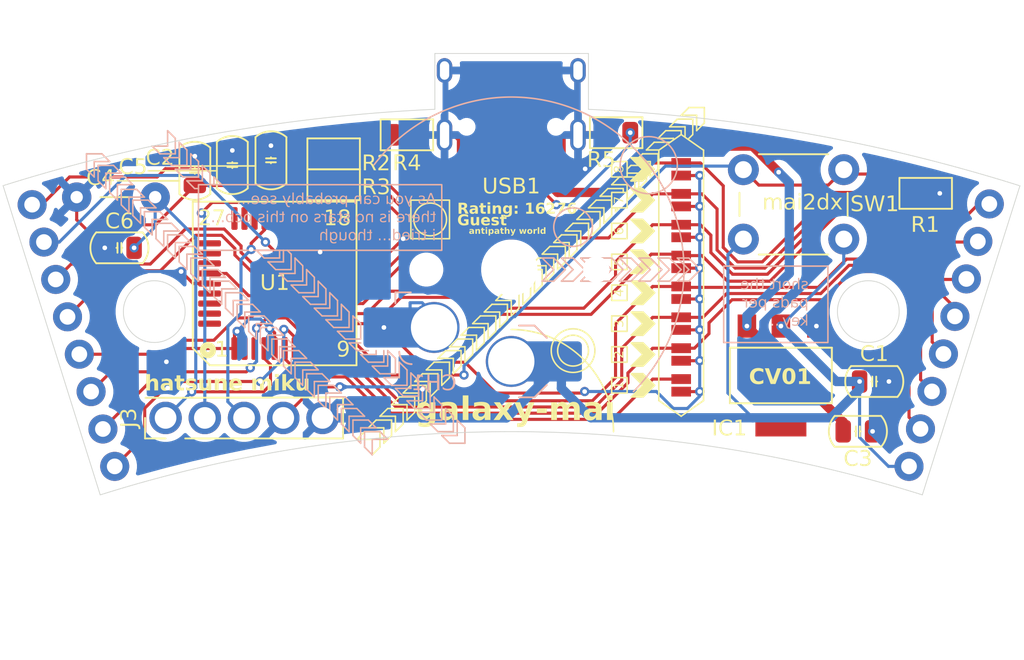
<source format=kicad_pcb>
(kicad_pcb (version 20241229) (generator "pcbnew") (generator_version "9.0")
  (layers (0 "F.Cu" signal) (2 "B.Cu" signal) (13 "F.Paste" user) (15 "B.Paste" user) (5 "F.SilkS" user "F.Silkscreen") (7 "B.SilkS" user "B.Silkscreen") (1 "F.Mask" user) (3 "B.Mask" user) (25 "Edge.Cuts" user))
  (net 0 "")
  (net 1 "Net-(U1-PA12)")
  (net 2 "/BTN2")
  (net 3 "/BTN8")
  (net 4 "/BTN6")
  (net 5 "/BTN5")
  (net 6 "/BTN3")
  (net 7 "+3.3V")
  (net 8 "/BTN7")
  (net 9 "/BTN4")
  (net 10 "/BTN1")
  (net 11 "GND")
  (net 13 "5V")
  (net 14 "/RST")
  (net 15 "/SWCLK")
  (net 16 "/SWDIO")
  (net 17 "Net-(JMP_BTN1-A)")
  (net 18 "Net-(U1-PB8-BOOT0)")
  (net 20 "Net-(U1-PA11)")
  (net 21 "Net-(USB1-CC2)")
  (net 22 "Net-(USB1-CC1)")
  (net 36 "/D+")
  (net 37 "/D-")
  (footprint "Button_Switch_THT:SW_PUSH_6mm" (layer "F.Cu") (at 165.025 93.525)
    (property "Reference" "SW1")
    (property "Value" "Push_Button")
  )
  (footprint "PCM_SparkFun-Jumper:Jumper_2_NO_NoSilk" (layer "F.Cu") (at 161 105.5 -90)
    (property "Reference" "JMP_BTN2")
    (property "Value" "~")
  )
  (footprint "PCM_Capacitor_SMD_Handsoldering_AKL:C_0805_2012Metric" (layer "F.Cu") (at 134.4409 92.92 90)
    (property "Reference" "C2")
    (property "Value" "100uF" (hide yes))
  )
  (footprint "PCM_Capacitor_SMD_Handsoldering_AKL:C_0805_2012Metric" (layer "F.Cu") (at 131.9409 93.23 90)
    (property "Reference" "C5")
    (property "Value" "100uF" (hide yes))
  )
  (footprint "PCM_SparkFun-Connector:1x08_P2.54mm" (layer "F.Cu") (at 124.3267 112.75 107.5)
    (property "Reference" "J1")
    (property "Value" "Input")
  )
  (footprint "PCM_SparkFun-Jumper:Jumper_2_NO_NoSilk" (layer "F.Cu") (at 161 93.5 -90)
    (property "Reference" "JMP_BTN8")
    (property "Value" "~")
  )
  (footprint "PCM_Resistor_SMD_AKL:R_0805_2012Metric" (layer "F.Cu") (at 176.83 95.06 180)
    (property "Reference" "R1")
    (property "Value" "10k" (hide yes))
  )
  (footprint "PCM_SL_Jumpers:JUP_P5.08mm" (layer "F.Cu") (at 124.405 95.305 180)
    (property "Reference" "JP1" (hide yes))
    (property "Value" "JUP_P5.08mm")
  )
  (footprint "PCM_SparkFun-Jumper:Jumper_2_NO_NoSilk" (layer "F.Cu") (at 161 95.5 -90)
    (property "Reference" "JMP_BTN7")
    (property "Value" "~")
  )
  (footprint "PCM_SparkFun-Jumper:Jumper_2_NO_NoSilk" (layer "F.Cu") (at 161 97.5 -90)
    (property "Reference" "JMP_BTN6")
    (property "Value" "~")
  )
  (footprint "PCM_Resistor_SMD_AKL:R_0805_2012Metric" (layer "F.Cu") (at 138.5 94.5 180)
    (property "Reference" "R3")
    (property "Value" "22" (hide yes))
  )
  (footprint "PCM_Capacitor_SMD_Handsoldering_AKL:C_0805_2012Metric" (layer "F.Cu") (at 129.5136 93.6 90)
    (property "Reference" "C4")
    (property "Value" "100uF" (hide yes))
  )
  (footprint "extern:HRO-TYPE-C-31-M-12-HandSoldering" (layer "F.Cu") (at 150 84.5 180)
    (property "Reference" "USB1")
    (property "Value" "HRO-TYPE-C-31-M-12")
  )
  (footprint "PCM_SparkFun-Jumper:Jumper_2_NO_NoSilk" (layer "F.Cu") (at 161 103.5 -90)
    (property "Reference" "JMP_BTN3")
    (property "Value" "~")
  )
  (footprint "PCM_SparkFun-Jumper:Jumper_2_NO_NoSilk" (layer "F.Cu") (at 161 101.5 -90)
    (property "Reference" "JMP_BTN4")
    (property "Value" "~")
  )
  (footprint "PCM_Package_QFP_AKL:LQFP-36_7x7mm_P0.65mm" (layer "F.Cu") (at 134.6798 100.901 90)
    (property "Reference" "U1")
    (property "Value" "~" (hide yes))
  )
  (footprint "PCM_Resistor_SMD_AKL:R_0805_2012Metric" (layer "F.Cu") (at 143.2425 91.27)
    (property "Reference" "R4")
    (property "Value" "5.1k" (hide yes))
  )
  (footprint "PCM_SparkFun-Connector:1x08_P2.54mm" (layer "F.Cu") (at 175.75 112.75 73)
    (property "Reference" "J2")
    (property "Value" "Output")
  )
  (footprint "PCM_Resistor_SMD_AKL:R_0805_2012Metric" (layer "F.Cu") (at 138.5 92.5 180)
    (property "Reference" "R2")
    (property "Value" "22" (hide yes))
  )
  (footprint "PCM_SparkFun-Jumper:Jumper_2_NO_NoSilk" (layer "F.Cu") (at 161 107.5 90)
    (property "Reference" "JMP_BTN1")
    (property "Value" "~")
  )
  (footprint "PCM_SparkFun-Jumper:Jumper_2_NO_NoSilk" (layer "F.Cu") (at 161 99.5 -90)
    (property "Reference" "JMP_BTN5")
    (property "Value" "~")
  )
  (footprint "PCM_Resistor_SMD_AKL:R_0805_2012Metric" (layer "F.Cu") (at 156.79 91.13)
    (property "Reference" "R5")
    (property "Value" "5.1k" (hide yes))
  )
  (footprint "PCM_Capacitor_SMD_Handsoldering_AKL:C_0805_2012Metric" (layer "F.Cu") (at 172.4409 110.48)
    (property "Reference" "C3")
    (property "Value" "1uF" (hide yes))
  )
  (footprint "PCM_Capacitor_SMD_Handsoldering_AKL:C_0805_2012Metric" (layer "F.Cu") (at 124.6318 98.59)
    (property "Reference" "C6")
    (property "Value" "100uF" (hide yes))
  )
  (footprint "PCM_4ms_Package_SOT:SOT223" (layer "F.Cu") (at 167.455 106.86 180)
    (property "Reference" "IC1")
    (property "Value" "LD1117-3.3V-SOT223" (hide yes))
  )
  (footprint "PCM_fab:PinHeader_01x05_P2.54mm_Vertical_THT_D1.4mm" (layer "F.Cu") (at 127.62 109.61 90)
    (property "Reference" "J3")
    (property "Value" "PinHeader_01x05_P2.54mm_Horizontal_SMD")
  )
  (footprint "PCM_Capacitor_SMD_Handsoldering_AKL:C_0805_2012Metric" (layer "F.Cu") (at 173.5 107.25 180)
    (property "Reference" "C1")
    (property "Value" "10uF" (hide yes))
  )
  (footprint "PCM_marbastlib-choc:SW_choc_v1_HS_CPG135001S30_1u" (layer "B.Cu") (at 150 100 180)
    (property "Reference" "CH1")
    (property "Value" "choc_v2_SW_HS")
  )
  (gr_line (start 154.5 97.5) (end 153.5 97.5) (stroke (width 0.1)) (layer "F.SilkS"))
  (gr_line (start 148.25 103.75) (end 148.25 104.75) (stroke (width 0.1)) (layer "F.SilkS"))
  (gr_line (start 144.5 106.5) (end 145 106) (stroke (width 0.1)) (layer "F.SilkS"))
  (gr_line (start 146 107) (end 145.5 107.5) (stroke (width 0.1)) (layer "F.SilkS"))
  (gr_line (start 154 97) (end 155 97) (stroke (width 0.1)) (layer "F.SilkS"))
  (gr_line (start 142.5 109.5) (end 141.5 109.5) (stroke (width 0.1)) (layer "F.SilkS"))
  (gr_line (start 155.75 97.25) (end 155.75 96.25) (stroke (width 0.1)) (layer "F.SilkS"))
  (gr_line (start 158.75 94.25) (end 158.75 93.25) (stroke (width 0.1)) (layer "F.SilkS"))
  (gr_line (start 152.25 99.75) (end 151.25 99.75) (stroke (width 0.1)) (layer "F.SilkS"))
  (gr_line (start 148.75 102.25) (end 149.75 102.25) (stroke (width 0.1)) (layer "F.SilkS"))
  (gr_line (start 140.5 110.5) (end 141.5 110.5) (stroke (width 0.1)) (layer "F.SilkS"))
  (gr_line (start 157.75 94.75) (end 158.5 95.5) (stroke (width 0.1)) (layer "F.SilkS"))
  (gr_line (start 146.25 105.75) (end 145.25 105.75) (stroke (width 0.1)) (layer "F.SilkS"))
  (gr_line (start 148.5 104.5) (end 148.5 103.5) (stroke (width 0.1)) (layer "F.SilkS"))
  (gr_line (start 133.4409 93.283855) (end 128.25 93.292068) (stroke (width 0.1)) (layer "F.SilkS"))
  (gr_line (start 124.5 94.25) (end 128.5 94.25) (stroke (width 0.1)) (layer "F.SilkS"))
  (gr_line (start 144.5 107.5) (end 144.5 108.5) (stroke (width 0.1)) (layer "F.SilkS"))
  (gr_line (start 159.275 107.5) (end 158.525 106.75) (stroke (width 0.1)) (layer "F.SilkS"))
  (gr_poly (pts (xy 157.775 104.75) (xy 158.525 104.75) (xy 159.275 105.5) (xy 158.525 106.25) (xy 157.775 106.25) (xy 158.525 105.5)) (stroke (width 0.1)) (fill yes) (layer "F.SilkS"))
  (gr_line (start 150.5 102.5) (end 150 103) (stroke (width 0.1)) (layer "F.SilkS"))
  (gr_line (start 147 106) (end 147 105) (stroke (width 0.1)) (layer "F.SilkS"))
  (gr_line (start 156.25 94.75) (end 155.75 95.25) (stroke (width 0.1)) (layer "F.SilkS"))
  (gr_line (start 144.5 108.5) (end 144 109) (stroke (width 0.1)) (layer "F.SilkS"))
  (gr_line (start 150.5 101.5) (end 150.5 102.5) (stroke (width 0.1)) (layer "F.SilkS"))
  (gr_line (start 155.75 95.25) (end 156.5 95.25) (stroke (width 0.1)) (layer "F.SilkS"))
  (gr_line (start 152.75 99.25) (end 152.75 100.25) (stroke (width 0.1)) (layer "F.SilkS"))
  (gr_line (start 157.775 104.75) (end 158.525 105.5) (stroke (width 0.1)) (layer "F.SilkS"))
  (gr_line (start 143 108) (end 143.5 107.5) (stroke (width 0.1)) (layer "F.SilkS"))
  (gr_line (start 157.25 95) (end 157.25 94.75) (stroke (width 0.1)) (layer "F.SilkS"))
  (gr_line (start 156 96) (end 155 96) (stroke (width 0.1)) (layer "F.SilkS"))
  (gr_line (start 159.551931 108.486051) (end 159.551931 92.263949) (stroke (width 0.1)) (layer "F.SilkS"))
  (gr_line (start 157.5 95.5) (end 158 95) (stroke (width 0.1)) (layer "F.SilkS"))
  (gr_line (start 157.75 98.75) (end 158.5 99.5) (stroke (width 0.1)) (layer "F.SilkS"))
  (gr_line (start 143.75 109.25) (end 143.25 109.75) (stroke (width 0.1)) (layer "F.SilkS"))
  (gr_line (start 153 100) (end 153 99) (stroke (width 0.1)) (layer "F.SilkS"))
  (gr_line (start 161.75 90.25) (end 160.75 90.25) (stroke (width 0.1)) (layer "F.SilkS"))
  (gr_line (start 157.775 106.75) (end 158.525 107.5) (stroke (width 0.1)) (layer "F.SilkS"))
  (gr_line (start 147.5 105.5) (end 147 106) (stroke (width 0.1)) (layer "F.SilkS"))
  (gr_rect (start 156.5 103) (end 157.5 104) (stroke (width 0.1)) (fill no) (layer "F.SilkS"))
  (gr_line (start 160 91) (end 159.5 91.5) (stroke (width 0.1)) (layer "F.SilkS"))
  (gr_line (start 159.25 93.5) (end 158.5 92.75) (stroke (width 0.1)) (layer "F.SilkS"))
  (gr_line (start 149.5 101.5) (end 150.5 101.5) (stroke (width 0.1)) (layer "F.SilkS"))
  (gr_line (start 157 94) (end 156.5 94.5) (stroke (width 0.1)) (layer "F.SilkS"))
  (gr_line (start 157.75 92.75) (end 158.5 93.5) (stroke (width 0.1)) (layer "F.SilkS"))
  (gr_line (start 149.75 103.25) (end 149.25 103.75) (stroke (width 0.1)) (layer "F.SilkS"))
  (gr_line (start 154.5 98.5) (end 154.5 97.5) (stroke (width 0.1)) (layer "F.SilkS"))
  (gr_line (start 145.5 106.5) (end 144.5 106.5) (stroke (width 0.1)) (layer "F.SilkS"))
  (gr_line (start 161 90) (end 161.5 89.5) (stroke (width 0.1)) (layer "F.SilkS"))
  (gr_line (start 151 100) (end 152 100) (stroke (width 0.1)) (layer "F.SilkS"))
  (gr_line (start 159.275 107.5) (end 158.525 108.25) (stroke (width 0.1)) (layer "F.SilkS"))
  (gr_line (start 150.5 100.5) (end 151 100) (stroke (width 0.1)) (layer "F.SilkS"))
  (gr_line (start 159.25 95.5) (end 158.5 96.25) (stroke (width 0.1)) (layer "F.SilkS"))
  (gr_line (start 161 91.25) (end 161 91) (stroke (width 0.1)) (layer "F.SilkS"))
  (gr_line (start 150.75 101.25) (end 149.75 101.25) (stroke (width 0.1)) (layer "F.SilkS"))
  (gr_line (start 158.525 106.75) (end 157.775 106.75) (stroke (width 0.1)) (layer "F.SilkS"))
  (gr_line (start 161 91.25) (end 159.551931 92.263949) (stroke (width 0.1)) (layer "F.SilkS"))
  (gr_line (start 157.75 93.25) (end 157.5 93.5) (stroke (width 0.1)) (layer "F.SilkS"))
  (gr_line (start 158.75 93.25) (end 157.75 93.25) (stroke (width 0.1)) (layer "F.SilkS"))
  (gr_line (start 160.25 90.75) (end 161.25 90.75) (stroke (width 0.1)) (layer "F.SilkS"))
  (gr_line (start 153.5 97.5) (end 154 97) (stroke (width 0.1)) (layer "F.SilkS"))
  (gr_line (start 157.775 102.25) (end 158.525 102.25) (stroke (width 0.1)) (layer "F.SilkS"))
  (gr_line (start 143 110) (end 142.5 110.5) (stroke (width 0.1)) (layer "F.SilkS"))
  (gr_line (start 142.25 109.75) (end 142.25 110.75) (stroke (width 0.1)) (layer "F.SilkS"))
  (gr_line (start 147.75 105.25) (end 147.75 104.25) (stroke (width 0.1)) (layer "F.SilkS"))
  (gr_line (start 155.75 96.25) (end 154.75 96.25) (stroke (width 0.1)) (layer "F.SilkS"))
  (gr_line (start 126.5 93.6) (end 130.914756 93.6) (stroke (width 0.1)) (layer "F.SilkS"))
  (gr_line (start 143.75 107.25) (end 144.25 106.75) (stroke (width 0.1)) (layer "F.SilkS"))
  (gr_line (start 147.75 104.25) (end 146.75 104.25) (stroke (width 0.1)) (layer "F.SilkS"))
  (gr_line (start 144 109) (end 144 108) (stroke (width 0.1)) (layer "F.SilkS"))
  (gr_line (start 159.25 95.5) (end 158.5 94.75) (stroke (width 0.1)) (layer "F.SilkS"))
  (gr_line (start 143.25 109.75) (end 143.25 108.75) (stroke (width 0.1)) (layer "F.SilkS"))
  (gr_line (start 153.75 99.25) (end 153.75 98.25) (stroke (width 0.1)) (layer "F.SilkS"))
  (gr_line (start 159.5 92.5) (end 158.5 92.5) (stroke (width 0.1)) (layer "F.SilkS"))
  (gr_line (start 152 101) (end 151.5 101.5) (stroke (width 0.1)) (layer "F.SilkS"))
  (gr_line (start 157.75 100.25) (end 158.5 99.5) (stroke (width 0.1)) (layer "F.SilkS"))
  (gr_line (start 160.75 90.25) (end 160.25 90.75) (stroke (width 0.1)) (layer "F.SilkS"))
  (gr_line (start 159.25 99.5) (end 158.5 100.25) (stroke (width 0.1)) (layer "F.SilkS"))
  (gr_line (start 153.5 99.5) (end 153 100) (stroke (width 0.1)) (layer "F.SilkS"))
  (gr_line (start 153.5 98.5) (end 153.5 99.5) (stroke (width 0.1)) (layer "F.SilkS"))
  (gr_line (start 141.5 111.5) (end 141 112) (stroke (width 0.1)) (layer "F.SilkS"))
  (gr_line (start 162 91) (end 162 90) (stroke (width 0.1)) (layer "F.SilkS"))
  (gr_line (start 160.5 91.5) (end 160.5 91.573531) (stroke (width 0.1)) (layer "F.SilkS"))
  (gr_line (start 157.75 96.25) (end 158.5 95.5) (stroke (width 0.1)) (layer "F.SilkS"))
  (gr_line (start 142.25 110.75) (end 141.75 111.25) (stroke (width 0.1)) (layer "F.SilkS"))
  (gr_line (start 158.5 96.75) (end 157.75 96.75) (stroke (width 0.1)) (layer "F.SilkS"))
  (gr_line (start 143.75 108.25) (end 143.75 109.25) (stroke (width 0.1)) (layer "F.SilkS"))
  (gr_line (start 159.25 91.75) (end 158.75 92.25) (stroke (width 0.1)) (layer "F.SilkS"))
  (gr_line (start 154.25 96.75) (end 155.25 96.75) (stroke (width 0.1)) (layer "F.SilkS"))
  (gr_line (start 156.5 96.5) (end 156 97) (stroke (width 0.1)) (layer "F.SilkS"))
  (gr_rect (start 156.5 95) (end 157.5 96) (stroke (width 0.1)) (fill no) (layer "F.SilkS"))
  (gr_line (start 159.275 103.5) (end 158.525 102.75) (stroke (width 0.1)) (layer "F.SilkS"))
  (gr_line (start 157.5 93.75) (end 158.25 93.75) (stroke (width 0.1)) (layer "F.SilkS"))
  (gr_poly (pts (xy 157.75 94.75) (xy 158.5 94.75) (xy 159.25 95.5) (xy 158.5 96.25) (xy 157.75 96.25) (xy 158.5 95.5)) (stroke (width 0.1)) (fill yes) (layer "F.SilkS"))
  (gr_line (start 157.75 98.25) (end 158.5 98.25) (stroke (width 0.1)) (layer "F.SilkS"))
  (gr_line (start 160.999999 91.25) (end 162.448068 92.263949) (stroke (width 0.1)) (layer "F.SilkS"))
  (gr_line (start 142 109) (end 143 109) (stroke (width 0.1)) (layer "F.SilkS"))
  (gr_line (start 151.25 100.75) (end 151.25 101.75) (stroke (width 0.1)) (layer "F.SilkS"))
  (gr_rect (start 143.5 95.5) (end 146 98) (stroke (width 0.1)) (fill no) (layer "F.SilkS"))
  (gr_line (start 148 103) (end 149 103) (stroke (width 0.1)) (layer "F.SilkS"))
  (gr_line (start 159.5 91.5) (end 160.5 91.5) (stroke (width 0.1)) (layer "F.SilkS"))
  (gr_line (start 145.25 106.75) (end 145.25 107.75) (stroke (width 0.1)) (layer "F.SilkS"))
  (gr_line (start 157.775 106.25) (end 158.525 105.5) (stroke (width 0.1)) (layer "F.SilkS"))
  (gr_line (start 161 91) (end 160 91) (stroke (width 0.1)) (layer "F.SilkS"))
  (gr_line (start 140 111) (end 140.5 110.5) (stroke (width 0.1)) (layer "F.SilkS"))
  (gr_line (start 158.5 92.75) (end 157.75 92.75) (stroke (width 0.1)) (layer "F.SilkS"))
  (gr_line (start 146.75 105.25) (end 146.75 106.25) (stroke (width 0.1)) (layer "F.SilkS"))
  (gr_line (start 149.25 102.75) (end 148.25 102.75) (stroke (width 0.1)) (layer "F.SilkS"))
  (gr_circle (center 144.75 96.75) (end 145.5 96) (stroke (width 0.1)) (fill no) (layer "F.SilkS"))
  (gr_circle (center 154 105.25) (end 155 106.25) (stroke (width 0.1)) (fill no) (layer "F.SilkS"))
  (gr_poly (pts (xy 157.775 100.75) (xy 158.525 100.75) (xy 159.275 101.5) (xy 158.525 102.25) (xy 157.775 102.25) (xy 158.525 101.5)) (stroke (width 0.1)) (fill yes) (layer "F.SilkS"))
  (gr_line (start 147 105) (end 146 105) (stroke (width 0.1)) (layer "F.SilkS"))
  (gr_line (start 156.5 95.5) (end 156.5 96.5) (stroke (width 0.1)) (layer "F.SilkS"))
  (gr_line (start 156.5 94.5) (end 157.5 94.5) (stroke (width 0.1)) (layer "F.SilkS"))
  (gr_line (start 157.775 108.25) (end 158.525 107.5) (stroke (width 0.1)) (layer "F.SilkS"))
  (gr_line (start 145.75 105.25) (end 146.75 105.25) (stroke (width 0.1)) (layer "F.SilkS"))
  (gr_line (start 151.25 99.75) (end 151.75 99.25) (stroke (width 0.1)) (layer "F.SilkS"))
  (gr_line (start 157.25 94.75) (end 156.25 94.75) (stroke (width 0.1)) (layer "F.SilkS"))
  (gr_line (start 150.75 102.25) (end 150.75 101.25) (stroke (width 0.1)) (layer "F.SilkS"))
  (gr_line (start 146.75 104.25) (end 147.25 103.75) (stroke (width 0.1)) (layer "F.SilkS"))
  (gr_line (start 151.5 100.5) (end 150.5 100.5) (stroke (width 0.1)) (layer "F.SilkS"))
  (gr_line (start 158.5 98.75) (end 157.75 98.75) (stroke (width 0.1)) (layer "F.SilkS"))
  (gr_poly (pts (xy 157.75 96.75) (xy 158.5 96.75) (xy 159.25 97.5) (xy 158.5 98.25) (xy 157.75 98.25) (xy 158.5 97.5)) (stroke (width 0.1)) (fill yes) (layer "F.SilkS"))
  (gr_line (start 152.5 98.5) (end 153.5 98.5) (stroke (width 0.1)) (layer "F.SilkS"))
  (gr_line (start 160.999999 109.5) (end 162.448068 108.486051) (stroke (width 0.1)) (layer "F.SilkS"))
  (gr_line (start 141.5 110.5) (end 141.5 111.5) (stroke (width 0.1)) (layer "F.SilkS"))
  (gr_line (start 159.25 99.5) (end 158.5 98.75) (stroke (width 0.1)) (layer "F.SilkS"))
  (gr_line (start 157.75 98.25) (end 158.5 97.5) (stroke (width 0.1)) (layer "F.SilkS"))
  (gr_line (start 149.75 102.25) (end 149.75 103.25) (stroke (width 0.1)) (layer "F.SilkS"))
  (gr_line (start 152.75 98.25) (end 153.25 97.75) (stroke (width 0.1)) (layer "F.SilkS"))
  (gr_line (start 154.25 98.75) (end 153.75 99.25) (stroke (width 0.1)) (layer "F.SilkS"))
  (gr_line (start 128.5 94.25) (end 126.5 94.25) (stroke (width 0.1)) (layer "F.SilkS"))
  (gr_line (start 143.25 108.75) (end 142.25 108.75) (stroke (width 0.1)) (layer "F.SilkS"))
  (gr_line (start 151.5 101.5) (end 151.5 100.5) (stroke (width 0.1)) (layer "F.SilkS"))
  (gr_line (start 159.275 105.5) (end 158.525 106.25) (stroke (width 0.1)) (layer "F.SilkS"))
  (gr_line (start 157.775 102.75) (end 158.525 103.5) (stroke (width 0.1)) (layer "F.SilkS"))
  (gr_line (start 152 100) (end 152 101) (stroke (width 0.1)) (layer "F.SilkS"))
  (gr_line (start 162.5 90.5) (end 162 91) (stroke (width 0.1)) (layer "F.SilkS"))
  (gr_line (start 159.5 93.5) (end 159.5 92.5) (stroke (width 0.1)) (layer "F.SilkS"))
  (gr_line (start 141.25 109.75) (end 142.25 109.75) (stroke (width 0.1)) (layer "F.SilkS"))
  (gr_rect (start 156.5 97) (end 157.5 98) (stroke (width 0.1)) (fill no) (layer "F.SilkS"))
  (gr_line (start 159.275 101.5) (end 158.525 100.75) (stroke (width 0.1)) (layer "F.SilkS"))
  (gr_line (start 156.75 96) (end 156.75 96.25) (stroke (width 0.1)) (layer "F.SilkS"))
  (gr_poly (pts (xy 157.75 98.75) (xy 158.5 98.75) (xy 159.25 99.5) (xy 158.5 100.25) (xy 157.75 100.25) (xy 158.5 99.5)) (stroke (width 0.1)) (fill yes) (layer "F.SilkS"))
  (gr_line (start 155.5 95.5) (end 156.5 95.5) (stroke (width 0.1)) (layer "F.SilkS"))
  (gr_line (start 159 93) (end 159 94) (stroke (width 0.1)) (layer "F.SilkS"))
  (gr_line (start 147.5 104.5) (end 147.5 105.5) (stroke (width 0.1)) (layer "F.SilkS"))
  (gr_line (start 158.525 102.75) (end 157.775 102.75) (stroke (width 0.1)) (layer "F.SilkS"))
  (gr_line (start 146.25 106.75) (end 146.25 105.75) (stroke (width 0.1)) (layer "F.SilkS"))
  (gr_line (start 142.75 108.25) (end 143.75 108.25) (stroke (width 0.1)) (layer "F.SilkS"))
  (gr_poly (pts (xy 158.5 94.25) (xy 159.25 93.5) (xy 158.5 92.75) (xy 157.75 92.75) (xy 158.5 93.5) (xy 157.75 94.25)) (stroke (width 0.1)) (fill yes) (layer "F.SilkS"))
  (gr_line (start 154.25 97.75) (end 154.25 98.75) (stroke (width 0.1)) (layer "F.SilkS"))
  (gr_line (start 145.25 105.75) (end 145.75 105.25) (stroke (width 0.1)) (layer "F.SilkS"))
  (gr_line (start 141.75 111.25) (end 141.75 110.25) (stroke (width 0.1)) (layer "F.SilkS"))
  (gr_line (start 153.25 97.75) (end 154.25 97.75) (stroke (width 0.1)) (layer "F.SilkS"))
  (gr_line (start 150 103) (end 150 102) (stroke (width 0.1)) (layer "F.SilkS"))
  (gr_line (start 158 93) (end 159 93) (stroke (width 0.1)) (layer "F.SilkS"))
  (gr_line (start 150.25 100.75) (end 151.25 100.75) (stroke (width 0.1)) (layer "F.SilkS"))
  (gr_line (start 157.775 104.25) (end 158.525 103.5) (stroke (width 0.1)) (layer "F.SilkS"))
  (gr_line (start 158.525 100.75) (end 157.775 100.75) (stroke (width 0.1)) (layer "F.SilkS"))
  (gr_line (start 157.75 94.25) (end 158.5 93.5) (stroke (width 0.1)) (layer "F.SilkS"))
  (gr_line (start 161.25 90.75) (end 161.25 91.401125) (stroke (width 0.1)) (layer "F.SilkS"))
  (gr_line (start 142.5 110.5) (end 142.5 109.5) (stroke (width 0.1)) (layer "F.SilkS"))
  (gr_line (start 159.25 93.5) (end 158.5 94.25) (stroke (width 0.1)) (layer "F.SilkS"))
  (gr_rect (start 156.5 93) (end 157.5 94) (stroke (width 0.1)) (fill no) (layer "F.SilkS"))
  (gr_line (start 147.25 103.75) (end 148.25 103.75) (stroke (width 0.1)) (layer "F.SilkS"))
  (gr_line (start 161.5 89.5) (end 162.5 89.5) (stroke (width 0.1)) (layer "F.SilkS"))
  (gr_line (start 141 112) (end 141 111) (stroke (width 0.1)) (layer "F.SilkS"))
  (gr_line (start 159.25 97.5) (end 158.5 98.25) (stroke (width 0.1)) (layer "F.SilkS"))
  (gr_line (start 155.25 97.75) (end 155.75 97.25) (stroke (width 0.1)) (layer "F.SilkS"))
  (gr_line (start 157.775 106.25) (end 158.525 106.25) (stroke (width 0.1)) (layer "F.SilkS"))
  (gr_line (start 153.75 98.25) (end 152.75 98.25) (stroke (width 0.1)) (layer "F.SilkS"))
  (gr_line (start 158.5 92.5) (end 158 93) (stroke (width 0.1)) (layer "F.SilkS"))
  (gr_line (start 152.25 100.75) (end 152.25 99.75) (stroke (width 0.1)) (layer "F.SilkS"))
  (gr_line (start 159 94) (end 159.5 93.5) (stroke (width 0.1)) (layer "F.SilkS"))
  (gr_line (start 158.5 94.75) (end 157.75 94.75) (stroke (width 0.1)) (layer "F.SilkS"))
  (gr_line (start 157.775 100.75) (end 158.525 101.5) (stroke (width 0.1)) (layer "F.SilkS"))
  (gr_line (start 144.75 108.25) (end 144.75 107.25) (stroke (width 0.1)) (layer "F.SilkS"))
  (gr_line (start 152.75 100.25) (end 152.25 100.75) (stroke (width 0.1)) (layer "F.SilkS"))
  (gr_line (start 147.5 103.5) (end 148 103) (stroke (width 0.1)) (layer "F.SilkS"))
  (gr_line (start 158.525 104.75) (end 157.775 104.75) (stroke (width 0.1)) (layer "F.SilkS"))
  (gr_line (start 148.25 104.75) (end 147.75 105.25) (stroke (width 0.1)) (layer "F.SilkS"))
  (gr_line (start 161.451276 91.548724) (end 161.75 91.25) (stroke (width 0.1)) (layer "F.SilkS"))
  (gr_line (start 154.75 96.25) (end 154.25 96.75) (stroke (width 0.1)) (layer "F.SilkS"))
  (gr_rect (start 156.5 101) (end 157.5 102) (stroke (width 0.1)) (fill no) (layer "F.SilkS"))
  (gr_line (start 151.25 101.75) (end 150.75 102.25) (stroke (width 0.1)) (layer "F.SilkS"))
  (gr_arc (start 150 103.880899) (mid 154.680411 105.819589) (end 156.619101 110.5) (stroke (width 0.1)) (layer "F.SilkS"))
  (gr_line (start 159.275 105.5) (end 158.525 104.75) (stroke (width 0.1)) (layer "F.SilkS"))
  (gr_line (start 149.75 101.25) (end 150.25 100.75) (stroke (width 0.1)) (layer "F.SilkS"))
  (gr_line (start 144.25 106.75) (end 145.25 106.75) (stroke (width 0.1)) (layer "F.SilkS"))
  (gr_line (start 158.75 92.25) (end 159.551931 92.25) (stroke (width 0.1)) (layer "F.SilkS"))
  (gr_line (start 152 99) (end 152.5 98.5) (stroke (width 0.1)) (layer "F.SilkS"))
  (gr_line (start 156.75 96.25) (end 157 96) (stroke (width 0.1)) (layer "F.SilkS"))
  (gr_line (start 155 96) (end 155.5 95.5) (stroke (width 0.1)) (layer "F.SilkS"))
  (gr_line (start 157.75 100.25) (end 158.5 100.25) (stroke (width 0.1)) (layer "F.SilkS"))
  (gr_line (start 142.25 108.75) (end 142.75 108.25) (stroke (width 0.1)) (layer "F.SilkS"))
  (gr_line (start 157.75 96.25) (end 158.5 96.25) (stroke (width 0.1)) (layer "F.SilkS"))
  (gr_line (start 153 99) (end 152 99) (stroke (width 0.1)) (layer "F.SilkS"))
  (gr_line (start 161 109.5) (end 159.551931 108.486051) (stroke (width 0.1)) (layer "F.SilkS"))
  (gr_line (start 157.5 94.5) (end 157.5 95.5) (stroke (width 0.1)) (layer "F.SilkS"))
  (gr_rect (start 156.5 105) (end 157.5 106) (stroke (width 0.1)) (fill no) (layer "F.SilkS"))
  (gr_line (start 160.25 91.75) (end 159.25 91.75) (stroke (width 0.1)) (layer "F.SilkS"))
  (gr_line (start 146 106) (end 146 107) (stroke (width 0.1)) (layer "F.SilkS"))
  (gr_line (start 144.75 107.25) (end 143.75 107.25) (stroke (width 0.1)) (layer "F.SilkS"))
  (gr_line (start 155.25 96.75) (end 155.25 97.75) (stroke (width 0.1)) (layer "F.SilkS"))
  (gr_line (start 162.5 89.5) (end 162.5 90.5) (stroke (width 0.1)) (layer "F.SilkS"))
  (gr_line (start 161.75 91.25) (end 161.75 90.25) (stroke (width 0.1)) (layer "F.SilkS"))
  (gr_line (start 141 111) (end 140 111) (stroke (width 0.1)) (layer "F.SilkS"))
  (gr_line (start 162.448068 108.486051) (end 162.448068 92.25) (stroke (width 0.1)) (layer "F.SilkS"))
  (gr_line (start 158 94) (end 157 94) (stroke (width 0.1)) (layer "F.SilkS"))
  (gr_line (start 158 94.75) (end 158 94.25) (stroke (width 0.1)) (layer "F.SilkS"))
  (gr_line (start 146 105) (end 146.5 104.5) (stroke (width 0.1)) (layer "F.SilkS"))
  (gr_line (start 145.5 107.5) (end 145.5 106.5) (stroke (width 0.1)) (layer "F.SilkS"))
  (gr_line (start 140.75 110.25) (end 141.25 109.75) (stroke (width 0.1)) (layer "F.SilkS"))
  (gr_line (start 148.25 102.75) (end 148.75 102.25) (stroke (width 0.1)) (layer "F.SilkS"))
  (gr_line (start 146.75 106.25) (end 146.25 106.75) (stroke (width 0.1)) (layer "F.SilkS"))
  (gr_rect (start 156.5 99) (end 157.5 100) (stroke (width 0.1)) (fill no) (layer "F.SilkS"))
  (gr_rect (start 156.5 107) (end 157.5 108) (stroke (width 0.1)) (fill no) (layer "F.SilkS"))
  (gr_line (start 141.5 109.5) (end 142 109) (stroke (width 0.1)) (layer "F.SilkS"))
  (gr_circle (center 154 105.25) (end 155 105.25) (stroke (width 0.1)) (fill no) (layer "F.SilkS"))
  (gr_line (start 156 97) (end 156 96) (stroke (width 0.1)) (layer "F.SilkS"))
  (gr_line (start 144 108) (end 143 108) (stroke (width 0.1)) (layer "F.SilkS"))
  (gr_line (start 157.775 108.25) (end 158.525 108.25) (stroke (width 0.1)) (layer "F.SilkS"))
  (gr_line (start 157.75 96.75) (end 158.5 97.5) (stroke (width 0.1)) (layer "F.SilkS"))
  (gr_line (start 158.25 94.25) (end 158.25 94.75) (stroke (width 0.1)) (layer "F.SilkS"))
  (gr_line (start 162 90) (end 161 90) (stroke (width 0.1)) (layer "F.SilkS"))
  (gr_line (start 159.275 103.5) (end 158.525 104.25) (stroke (width 0.1)) (layer "F.SilkS"))
  (gr_line (start 151.75 99.25) (end 152.75 99.25) (stroke (width 0.1)) (layer "F.SilkS"))
  (gr_line (start 158.25 94.75) (end 158.75 94.25) (stroke (width 0.1)) (layer "F.SilkS"))
  (gr_line (start 159.275 101.5) (end 158.525 102.25) (stroke (width 0.1)) (layer "F.SilkS"))
  (gr_line (start 143 109) (end 143 110) (stroke (width 0.1)) (layer "F.SilkS"))
  (gr_poly (pts (xy 157.775 102.75) (xy 158.525 102.75) (xy 159.275 103.5) (xy 158.525 104.25) (xy 157.775 104.25) (xy 158.525 103.5)) (stroke (width 0.1)) (fill yes) (layer "F.SilkS"))
  (gr_line (start 155 98) (end 154.5 98.5) (stroke (width 0.1)) (layer "F.SilkS"))
  (gr_line (start 149 103) (end 149 104) (stroke (width 0.1)) (layer "F.SilkS"))
  (gr_line (start 145.25 107.75) (end 144.75 108.25) (stroke (width 0.1)) (layer "F.SilkS"))
  (gr_line (start 143.5 107.5) (end 144.5 107.5) (stroke (width 0.1)) (layer "F.SilkS"))
  (gr_line (start 145 106) (end 146 106) (stroke (width 0.1)) (layer "F.SilkS"))
  (gr_line (start 150 102) (end 149 102) (stroke (width 0.1)) (layer "F.SilkS"))
  (gr_line (start 159.25 97.5) (end 158.5 96.75) (stroke (width 0.1)) (layer "F.SilkS"))
  (gr_line (start 149.25 103.75) (end 149.25 102.75) (stroke (width 0.1)) (layer "F.SilkS"))
  (gr_poly (pts (xy 157.775 106.75) (xy 158.525 106.75) (xy 159.275 107.5) (xy 158.525 108.25) (xy 157.775 108.25) (xy 158.525 107.5)) (stroke (width 0.1)) (fill yes) (layer "F.SilkS"))
  (gr_line (start 157.75 94.25) (end 158.5 94.25) (stroke (width 0.1)) (layer "F.SilkS"))
  (gr_line (start 149 102) (end 149.5 101.5) (stroke (width 0.1)) (layer "F.SilkS"))
  (gr_line (start 155 97) (end 155 98) (stroke (width 0.1)) (layer "F.SilkS"))
  (gr_line (start 157.775 104.25) (end 158.525 104.25) (stroke (width 0.1)) (layer "F.SilkS"))
  (gr_line (start 149 104) (end 148.5 104.5) (stroke (width 0.1)) (layer "F.SilkS"))
  (gr_line (start 157.775 102.25) (end 158.525 101.5) (stroke (width 0.1)) (layer "F.SilkS"))
  (gr_line (start 148.5 103.5) (end 147.5 103.5) (stroke (width 0.1)) (layer "F.SilkS"))
  (gr_line (start 141.75 110.25) (end 140.75 110.25) (stroke (width 0.1)) (layer "F.SilkS"))
  (gr_line (start 146.5 104.5) (end 147.5 104.5) (stroke (width 0.1)) (layer "F.SilkS"))
  (gr_line (start 154.75 100) (end 154 100.75) (stroke (width 0.1)) (layer "B.SilkS"))
  (gr_line (start 135.75 105.75) (end 136.75 105.75) (stroke (width 0.1)) (layer "B.SilkS"))
  (gr_line (start 135.25 104.25) (end 134.75 103.75) (stroke (width 0.1)) (layer "B.SilkS"))
  (gr_line (start 145 109.25) (end 144 109.25) (stroke (width 0.1)) (layer "B.SilkS"))
  (gr_line (start 136.75 105.75) (end 136.25 105.25) (stroke (width 0.1)) (layer "B.SilkS"))
  (gr_line (start 144.25 108.5) (end 143.25 108.5) (stroke (width 0.1)) (layer "B.SilkS"))
  (gr_line (start 158.5 100) (end 157.75 99.25) (stroke (width 0.1)) (layer "B.SilkS"))
  (gr_line (start 128.5 91.75) (end 128.5 92.75) (stroke (width 0.1)) (layer "B.SilkS"))
  (gr_line (start 137.5 100.75) (end 137.5 101.75) (stroke (width 0.1)) (layer "B.SilkS"))
  (gr_line (start 131.5 102.5) (end 132 103) (stroke (width 0.1)) (layer "B.SilkS"))
  (gr_line (start 130 94.25) (end 129 94.25) (stroke (width 0.1)) (layer "B.SilkS"))
  (gr_line (start 133 104) (end 133.5 104.5) (stroke (width 0.1)) (layer "B.SilkS"))
  (gr_line (start 126.25 96.25) (end 126.25 97.25) (stroke (width 0.1)) (layer "B.SilkS"))
  (gr_line (start 143.25 106.5) (end 142.75 106) (stroke (width 0.1)) (layer "B.SilkS"))
  (gr_line (start 138.5 103.75) (end 139.5 103.75) (stroke (width 0.1)) (layer "B.SilkS"))
  (gr_line (start 139.75 108.75) (end 139.25 108.25) (stroke (width 0.1)) (layer "B.SilkS"))
  (gr_line (start 137 106) (end 136 106) (stroke (width 0.1)) (layer "B.SilkS"))
  (gr_line (start 132 102) (end 133 102) (stroke (width 0.1)) (layer "B.SilkS"))
  (gr_line (start 132.5 101.5) (end 131.5 101.5) (stroke (width 0.1)) (layer "B.SilkS"))
  (gr_line (start 133.5 98.75) (end 134 99.25) (stroke (width 0.1)) (layer "B.SilkS"))
  (gr_line (start 128.25 99.25) (end 128.25 98.25) (stroke (width 0.1)) (layer "B.SilkS"))
  (gr_line (start 139 108) (end 138.5 107.5) (stroke (width 0.1)) (layer "B.SilkS"))
  (gr_line (start 162.25 100) (end 161.5 99.25) (stroke (width 0.1)) (layer "B.SilkS"))
  (gr_line (start 159.5 100.75) (end 160.25 100) (stroke (width 0.1)) (layer "B.SilkS"))
  (gr_line (start 142 111) (end 141.5 110.5) (stroke (width 0.1)) (layer "B.SilkS"))
  (gr_line (start 160.75 100.75) (end 161.5 100) (stroke (width 0.1)) (layer "B.SilkS"))
  (gr_line (start 159.75 100) (end 159 100.75) (stroke (width 0.1)) (layer "B.SilkS"))
  (gr_line (start 138.25 102.5) (end 137.25 102.5) (stroke (width 0.1)) (layer "B.SilkS"))
  (gr_line (start 129.5 94.75) (end 129.75 94.75) (stroke (width 0.1)) (layer "B.SilkS"))
  (gr_line (start 125.5 95.5) (end 125.5 96.5) (stroke (width 0.1)) (layer "B.SilkS"))
  (gr_line (start 138.75 102) (end 138.25 101.5) (stroke (width 0.1)) (layer "B.SilkS"))
  (gr_line (start 144 109.25) (end 144.5 109.75) (stroke (width 0.1)) (layer "B.SilkS"))
  (gr_line (start 128.25 98.25) (end 129.25 98.25) (stroke (width 0.1)) (layer "B.SilkS"))
  (gr_line (start 132.75 102.75) (end 133.75 102.75) (stroke (width 0.1)) (layer "B.SilkS"))
  (gr_line (start 139.75 110.75) (end 140.25 111.25) (stroke (width 0.1)) (layer "B.SilkS"))
  (gr_circle (center 154 97.25) (end 155.25 97.25) (stroke (width 0.1)) (fill no) (layer "B.SilkS"))
  (gr_line (start 126.75 97.75) (end 126.75 96.75) (stroke (width 0.1)) (layer "B.SilkS"))
  (gr_line (start 155.25 100.75) (end 154.5 100.75) (stroke (width 0.1)) (layer "B.SilkS"))
  (gr_line (start 127.75 98.75) (end 128.25 99.25) (stroke (width 0.1)) (layer "B.SilkS"))
  (gr_line (start 144 107.195) (end 143.5 106.695) (stroke (width 0.1)) (layer "B.SilkS"))
  (gr_line (start 127.5 98.5) (end 127.5 97.5) (stroke (width 0.1)) (layer "B.SilkS"))
  (gr_line (start 132.25 103.25) (end 132.75 103.75) (stroke (width 0.1)) (layer "B.SilkS"))
  (gr_line (start 135.5 104.5) (end 134.5 104.5) (stroke (width 0.1)) (layer "B.SilkS"))
  (gr_line (start 137 102.25) (end 138 102.25) (stroke (width 0.1)) (layer "B.SilkS"))
  (gr_line (start 130.5 94.5) (end 130.5 93.75) (stroke (width 0.1)) (layer "B.SilkS"))
  (gr_line (start 138 109) (end 138 108) (stroke (width 0.1)) (layer "B.SilkS"))
  (gr_arc (start 141.115168 93.213265) (mid 157.36251 91.586115) (end 157.905694 107.905694) (stroke (width 0.1)) (layer "B.SilkS"))
  (gr_line (start 131.75 100.75) (end 130.75 100.75) (stroke (width 0.1)) (layer "B.SilkS"))
  (gr_line (start 144.75 108) (end 144.25 107.5) (stroke (width 0.1)) (layer "B.SilkS"))
  (gr_line (start 136 106) (end 136 107) (stroke (width 0.1)) (layer "B.SilkS"))
  (gr_line (start 134.25 99.5) (end 134.75 100) (stroke (width 0.1)) (layer "B.SilkS"))
  (gr_line (start 128.75 94) (end 129.75 94) (stroke (width 0.1)) (layer "B.SilkS"))
  (gr_line (start 129 94.25) (end 129.5 94.75) (stroke (width 0.1)) (layer "B.SilkS"))
  (gr_line (start 139 110) (end 139.5 110.5) (stroke (width 0.1)) (layer "B.SilkS"))
  (gr_line (start 130 101) (end 130.5 101.5) (stroke (width 0.1)) (layer "B.SilkS"))
  (gr_line (start 128.25 92.5) (end 128.25 91.5) (stroke (width 0.1)) (layer "B.SilkS"))
  (gr_line (start 140.5 111.5) (end 141 112) (stroke (width 0.1)) (layer "B.SilkS"))
  (gr_line (start 156 100) (end 155.25 100.75) (stroke (width 0.1)) (layer "B.SilkS"))
  (gr_line (start 136 100.25) (end 135 100.25) (stroke (width 0.1)) (layer "B.SilkS"))
  (gr_line (start 153.25 99.25) (end 154 99.25) (stroke (width 0.1)) (layer "B.SilkS"))
  (gr_line (start 143.5 107.695) (end 142.5 107.695) (stroke (width 0.1)) (layer "B.SilkS"))
  (gr_line (start 133.75 102.75) (end 133.25 102.25) (stroke (width 0.1)) (layer "B.SilkS"))
  (gr_line (start 123.25 94.25) (end 123.75 94.75) (stroke (width 0.1)) (layer "B.SilkS"))
  (gr_line (start 139 103.25) (end 138 103.25) (stroke (width 0.1)) (layer "B.SilkS"))
  (gr_line (start 154 100.75) (end 153.25 100.75) (stroke (width 0.1)) (layer "B.SilkS"))
  (gr_line (start 142.75 106) (end 142.75 107) (stroke (width 0.1)) (layer "B.SilkS"))
  (gr_line (start 131 100) (end 130 100) (stroke (width 0.1)) (layer "B.SilkS"))
  (gr_line (start 138.25 107.25) (end 137.75 106.75) (stroke (width 0.1)) (layer "B.SilkS"))
  (gr_line (start 135 100.25) (end 135.5 100.75) (stroke (width 0.1)) (layer "B.SilkS"))
  (gr_line (start 123 94) (end 123 93) (stroke (width 0.1)) (layer "B.SilkS"))
  (gr_line (start 128.5 99.5) (end 129 100) (stroke (width 0.1)) (layer "B.SilkS"))
  (gr_rect (start 163.75 99.775) (end 170.5 104.725) (stroke (width 0.1)) (fill no) (layer "B.SilkS"))
  (gr_line (start 127.25 92.5) (end 128.25 92.5) (stroke (width 0.1)) (layer "B.SilkS"))
  (gr_line (start 134.75 103.75) (end 133.75 103.75) (stroke (width 0.1)) (layer "B.SilkS"))
  (gr_line (start 135.25 99.5) (end 134.25 99.5) (stroke (width 0.1)) (layer "B.SilkS"))
  (gr_rect (start 129.75 94.5) (end 145.5 98.75) (stroke (width 0.1)) (fill no) (layer "B.SilkS"))
  (gr_line (start 139.75 104) (end 138.75 104) (stroke (width 0.1)) (layer "B.SilkS"))
  (gr_line (start 146 111.25) (end 147 111.25) (stroke (width 0.1)) (layer "B.SilkS"))
  (gr_line (start 135.25 105.25) (end 135.25 106.25) (stroke (width 0.1)) (layer "B.SilkS"))
  (gr_line (start 141.25 105.25) (end 141.25 105.5) (stroke (width 0.1)) (layer "B.SilkS"))
  (gr_line (start 130.75 94) (end 130.75 94.5) (stroke (width 0.1)) (layer "B.SilkS"))
  (gr_line (start 127.75 97.75) (end 127.75 98.75) (stroke (width 0.1)) (layer "B.SilkS"))
  (gr_line (start 143 108.195) (end 144 108.195) (stroke (width 0.1)) (layer "B.SilkS"))
  (gr_line (start 156.5 100.75) (end 155.75 100.75) (stroke (width 0.1)) (layer "B.SilkS"))
  (gr_line (start 139 102.25) (end 139 103.25) (stroke (width 0.1)) (layer "B.SilkS"))
  (gr_line (start 140.25 104.5) (end 140.25 103.5) (stroke (width 0.1)) (layer "B.SilkS"))
  (gr_line (start 145.5 108.75) (end 145 108.25) (stroke (width 0.1)) (layer "B.SilkS"))
  (gr_line (start 145.75 110) (end 144.75 110) (stroke (width 0.1)) (layer "B.SilkS"))
  (gr_line (start 137.25 102.5) (end 137.75 103) (stroke (width 0.1)) (layer "B.SilkS"))
  (gr_line (start 138.75 103) (end 138.75 102) (stroke (width 0.1)) (layer "B.SilkS"))
  (gr_line (start 144.5 109.75) (end 145.5 109.75) (stroke (width 0.1)) (layer "B.SilkS"))
  (gr_line (start 139.5 109.5) (end 140.5 109.5) (stroke (width 0.1)) (layer "B.SilkS"))
  (gr_line (start 138 102.25) (end 138 101.25) (stroke (width 0.1)) (layer "B.SilkS"))
  (gr_line (start 130.5 93.75) (end 130 93.25) (stroke (width 0.1)) (layer "B.SilkS"))
  (gr_line (start 124.25 93.25) (end 123.25 93.25) (stroke (width 0.1)) (layer "B.SilkS"))
  (gr_line (start 130 100) (end 130 101) (stroke (width 0.1)) (layer "B.SilkS"))
  (gr_line (start 126.25 95.305) (end 125.75 94.805) (stroke (width 0.1)) (layer "B.SilkS"))
  (gr_line (start 132 103) (end 132 102) (stroke (width 0.1)) (layer "B.SilkS"))
  (gr_line (start 139.5 103.75) (end 139.5 102.75) (stroke (width 0.1)) (layer "B.SilkS"))
  (gr_line (start 136.75 101) (end 135.75 101) (stroke (width 0.1)) (layer "B.SilkS"))
  (gr_line (start 134.25 105.25) (end 134.25 104.25) (stroke (width 0.1)) (layer "B.SilkS"))
  (gr_line (start 123.5 92.5) (end 122.5 92.5) (stroke (width 0.1)) (layer "B.SilkS"))
  (gr_line (start 133.75 104.75) (end 134.25 105.25) (stroke (width 0.1)) (layer "B.SilkS"))
  (gr_line (start 155.75 99.25) (end 156.5 99.25) (stroke (width 0.1)) (layer "B.SilkS"))
  (gr_line (start 145.5 109.75) (end 145.5 108.75) (stroke (width 0.1)) (layer "B.SilkS"))
  (gr_line (start 134.5 98.75) (end 133.5 98.75) (stroke (width 0.1)) (layer "B.SilkS"))
  (gr_line (start 145.5 110.75) (end 146 111.25) (stroke (width 0.1)) (layer "B.SilkS"))
  (gr_line (start 122.5 92.5) (end 122.5 93.5) (stroke (width 0.1)) (layer "B.SilkS"))
  (gr_line (start 127.75 91) (end 127.75 92) (stroke (width 0.1)) (layer "B.SilkS"))
  (gr_line (start 137.25 107.25) (end 138.25 107.25) (stroke (width 0.1)) (layer "B.SilkS"))
  (gr_line (start 161 100) (end 160.25 99.25) (stroke (width 0.1)) (layer "B.SilkS"))
  (gr_line (start 129.25 93.5) (end 128.25 93.5) (stroke (width 0.1)) (layer "B.SilkS"))
  (gr_line (start 132.25 102.25) (end 132.25 103.25) (stroke (width 0.1)) (layer "B.SilkS"))
  (gr_line (start 140.5 110.5) (end 140.5 111.5) (stroke (width 0.1)) (layer "B.SilkS"))
  (gr_line (start 126 97) (end 126 96) (stroke (width 0.1)) (layer "B.SilkS"))
  (gr_line (start 134 99.25) (end 135 99.25) (stroke (width 0.1)) (layer "B.SilkS"))
  (gr_line (start 141.75 107) (end 142.25 107.5) (stroke (width 0.1)) (layer "B.SilkS"))
  (gr_line (start 138 101.25) (end 137.5 100.75) (stroke (width 0.1)) (layer "B.SilkS"))
  (gr_line (start 136.5 101.75) (end 137 102.25) (stroke (width 0.1)) (layer "B.SilkS"))
  (gr_line (start 145 108.25) (end 145 109.25) (stroke (width 0.1)) (layer "B.SilkS"))
  (gr_line (start 130.75 99.75) (end 130.25 99.25) (stroke (width 0.1)) (layer "B.SilkS"))
  (gr_line (start 154.5 99.25) (end 155.25 99.25) (stroke (width 0.1)) (layer "B.SilkS"))
  (gr_line (start 144.25 107.5) (end 144.25 108.5) (stroke (width 0.1)) (layer "B.SilkS"))
  (gr_line (start 125.5 94.5) (end 125 94) (stroke (width 0.1)) (layer "B.SilkS"))
  (gr_line (start 124.5 95.5) (end 124.5 94.5) (stroke (width 0.1)) (layer "B.SilkS"))
  (gr_line (start 128 97) (end 127 97) (stroke (width 0.1)) (layer "B.SilkS"))
  (gr_line (start 134.5 103.5) (end 134 103) (stroke (width 0.1)) (layer "B.SilkS"))
  (gr_line (start 137.5 101.75) (end 136.5 101.75) (stroke (width 0.1)) (layer "B.SilkS"))
  (gr_line (start 128.25 91.5) (end 127.75 91) (stroke (width 0.1)) (layer "B.SilkS"))
  (gr_line (start 125.25 96.305) (end 125.25 95.305) (stroke (width 0.1)) (layer "B.SilkS"))
  (gr_line (start 152 99.25) (end 152.75 99.25) (stroke (width 0.1)) (layer "B.SilkS"))
  (gr_line (start 136.25 101.5) (end 137.25 101.5) (stroke (width 0.1)) (layer "B.SilkS"))
  (gr_line (start 129 93.25) (end 129 92.25) (stroke (width 0.1)) (layer "B.SilkS"))
  (gr_line (start 140.25 110.25) (end 141.25 110.25) (stroke (width 0.1)) (layer "B.SilkS"))
  (gr_line (start 129.25 92.5) (end 129.25 93.5) (stroke (width 0.1)) (layer "B.SilkS"))
  (gr_line (start 128.5 97.5) (end 128 97) (stroke (width 0.1)) (layer "B.SilkS"))
  (gr_line (start 135.25 98.75) (end 135.25 99.5) (stroke (width 0.1)) (layer "B.SilkS"))
  (gr_line (start 140 105.25) (end 140.75 105.25) (stroke (width 0.1)) (layer "B.SilkS"))
  (gr_line (start 141 112) (end 141 111) (stroke (width 0.1)) (layer "B.SilkS"))
  (gr_line (start 137.25 108.25) (end 137.25 107.25) (stroke (width 0.1)) (layer "B.SilkS"))
  (gr_line (start 157 99.25) (end 157.75 100) (stroke (width 0.1)) (layer "B.SilkS"))
  (gr_line (start 124.75 94.805) (end 124.75 95.805) (stroke (width 0.1)) (layer "B.SilkS"))
  (gr_circle (center 158.90008 93.233275) (end 160.75 93.233275) (stroke (width 0.1)) (fill no) (layer "B.SilkS"))
  (gr_line (start 128.75 97.75) (end 127.75 97.75) (stroke (width 0.1)) (layer "B.SilkS"))
  (gr_line (start 140 109) (end 139 109) (stroke (width 0.1)) (layer "B.SilkS"))
  (gr_line (start 130.75 100.75) (end 130.75 101.75) (stroke (width 0.1)) (layer "B.SilkS"))
  (gr_line (start 124 94) (end 124 95) (stroke (width 0.1)) (layer "B.SilkS"))
  (gr_line (start 123.25 93.25) (end 123.25 94.25) (stroke (width 0.1)) (layer "B.SilkS"))
  (gr_line (start 142.5 105.75) (end 142 105.25) (stroke (width 0.1)) (layer "B.SilkS"))
  (gr_line (start 140.5 109.5) (end 140 109) (stroke (width 0.1)) (layer "B.SilkS"))
  (gr_line (start 128.5 98.5) (end 128.5 99.5) (stroke (width 0.1)) (layer "B.SilkS"))
  (gr_line (start 135.5 100.75) (end 136.5 100.75) (stroke (width 0.1)) (layer "B.SilkS"))
  (gr_line (start 131.25 94.5) (end 130.75 94) (stroke (width 0.1)) (layer "B.SilkS"))
  (gr_line (start 123 93) (end 124 93) (stroke (width 0.1)) (layer "B.SilkS"))
  (gr_line (start 155.75 100.75) (end 156.5 100) (stroke (width 0.1)) (layer "B.SilkS"))
  (gr_line (start 144.75 110) (end 145.25 110.5) (stroke (width 0.1)) (layer "B.SilkS"))
  (gr_line (start 159.75 100) (end 159 99.25) (stroke (width 0.1)) (layer "B.SilkS"))
  (gr_line (start 140.75 109.75) (end 139.75 109.75) (stroke (width 0.1)) (layer "B.SilkS"))
  (gr_line (start 146.25 110.5) (end 146.25 109.5) (stroke (width 0.1)) (layer "B.SilkS"))
  (gr_line (start 152 99.25) (end 152.75 100) (stroke (width 0.1)) (layer "B.SilkS"))
  (gr_line (start 138.75 109.75) (end 138.75 108.75) (stroke (width 0.1)) (layer "B.SilkS"))
  (gr_line (start 137.75 106.75) (end 136.75 106.75) (stroke (width 0.1)) (layer "B.SilkS"))
  (gr_line (start 142.75 107) (end 141.75 107) (stroke (width 0.1)) (layer "B.SilkS"))
  (gr_line (start 158.5 100) (end 157.75 100.75) (stroke (width 0.1)) (layer "B.SilkS"))
  (gr_line (start 141.5 110.5) (end 140.5 110.5) (stroke (width 0.1)) (layer "B.SilkS"))
  (gr_line (start 124.75 93.75) (end 124.25 93.25) (stroke (width 0.1)) (layer "B.SilkS"))
  (gr_line (start 136 105) (end 135.5 104.5) (stroke (width 0.1)) (layer "B.SilkS"))
  (gr_line (start 153.25 100.75) (end 154 100) (stroke (width 0.1)) (layer "B.SilkS"))
  (gr_line (start 142.5 106.75) (end 142.5 105.75) (stroke (width 0.1)) (layer "B.SilkS"))
  (gr_line (start 139 109) (end 139 110) (stroke (width 0.1)) (layer "B.SilkS"))
  (gr_line (start 129.75 100.75) (end 129.75 99.75) (stroke (width 0.1)) (layer "B.SilkS"))
  (gr_line (start 138.25 101.5) (end 138.25 102.5) (stroke (width 0.1)) (layer "B.SilkS"))
  (gr_line (start 123.75 94.75) (end 123.75 93.75) (stroke (width 0.1)) (layer "B.SilkS"))
  (gr_line (start 134 103) (end 133 103) (stroke (width 0.1)) (layer "B.SilkS"))
  (gr_line (start 140.75 106) (end 141.75 106) (stroke (width 0.1)) (layer "B.SilkS"))
  (gr_line (start 138.75 108.75) (end 139.75 108.75) (stroke (width 0.1)) (layer "B.SilkS"))
  (gr_line (start 134.5 104.5) (end 134.5 105.5) (stroke (width 0.1)) (layer "B.SilkS"))
  (gr_line (start 141.75 106) (end 141.75 105.25) (stroke (width 0.1)) (layer "B.SilkS"))
  (gr_line (start 136 107) (end 136.5 107.5) (stroke (width 0.1)) (layer "B.SilkS"))
  (gr_line (start 135.75 106.75) (end 135.75 105.75) (stroke (width 0.1)) (layer "B.SilkS"))
  (gr_line (start 154.5 99.25) (end 155.25 100) (stroke (width 0.1)) (layer "B.SilkS"))
  (gr_line (start 153.5 100) (end 152.75 99.25) (stroke (width 0.1)) (layer "B.SilkS"))
  (gr_line (start 136.5 106.5) (end 137.5 106.5) (stroke (width 0.1)) (layer "B.SilkS"))
  (gr_line (start 153.5 100) (end 152.75 100.75) (stroke (width 0.1)) (layer "B.SilkS"))
  (gr_line (start 133 103) (end 133 104) (stroke (width 0.1)) (layer "B.SilkS"))
  (gr_line (start 138.75 104) (end 139.25 104.5) (stroke (width 0.1)) (layer "B.SilkS"))
  (gr_line (start 124.5 94.5) (end 125.5 94.5) (stroke (width 0.1)) (layer "B.SilkS"))
  (gr_line (start 161 100) (end 160.25 100.75) (stroke (width 0.1)) (layer "B.SilkS"))
  (gr_line (start 129.25 98.25) (end 128.75 97.75) (stroke (width 0.1)) (layer "B.SilkS"))
  (gr_line (start 152 100.75) (end 152.75 100) (stroke (width 0.1)) (layer "B.SilkS"))
  (gr_line (start 128.5 92.75) (end 127.5 92.75) (stroke (width 0.1)) (layer "B.SilkS"))
  (gr_line (start 134.25 104.25) (end 135.25 104.25) (stroke (width 0.1)) (layer "B.SilkS"))
  (gr_line (start 152.75 100.75) (end 152 100.75) (stroke (width 0.1)) (layer "B.SilkS"))
  (gr_line (start 137.25 101.5) (end 137.25 100.5) (stroke (width 0.1)) (layer "B.SilkS"))
  (gr_line (start 124 93) (end 123.5 92.5) (stroke (width 0.1)) (layer "B.SilkS"))
  (gr_line (start 142.5 107.695) (end 143 108.195) (stroke (width 0.1)) (layer "B.SilkS"))
  (gr_line (start 140.25 105.5) (end 140.75 106) (stroke (width 0.1)) (layer "B.SilkS"))
  (gr_line (start 132.75 103.75) (end 132.75 102.75) (stroke (width 0.1)) (layer "B.SilkS"))
  (gr_line (start 133.5 103.5) (end 134.5 103.5) (stroke (width 0.1)) (layer "B.SilkS"))
  (gr_line (start 137.5 107.5) (end 137.5 108.5) (stroke (width 0.1)) (layer "B.SilkS"))
  (gr_line (start 137.75 103) (end 138.75 103) (stroke (width 0.1)) (layer "B.SilkS"))
  (gr_line (start 157.25 100) (end 156.5 99.25) (stroke (width 0.1)) (layer "B.SilkS"))
  (gr_line (start 126.75 96.75) (end 127.75 96.75) (stroke (width 0.1)) (layer "B.SilkS"))
  (gr_line (start 129 100) (end 129 99) (stroke (width 0.1)) (layer "B.SilkS"))
  (gr_line (start 159 100.75) (end 158.25 100.75) (stroke (width 0.1)) (layer "B.SilkS"))
  (gr_line (start 129.75 93) (end 129.25 92.5) (stroke (width 0.1)) (layer "B.SilkS"))
  (gr_line (start 146.25 109.5) (end 145.75 109) (stroke (width 0.1)) (layer "B.SilkS"))
  (gr_line (start 127 98) (end 127.5 98.5) (stroke (width 0.1)) (layer "B.SilkS"))
  (gr_line (start 139.25 108.25) (end 138.25 108.25) (stroke (width 0.1)) (layer "B.SilkS"))
  (gr_line (start 136.5 107.5) (end 136.5 106.5) (stroke (width 0.1)) (layer "B.SilkS"))
  (gr_line (start 147 110.25) (end 146.5 109.75) (stroke (width 0.1)) (layer "B.SilkS"))
  (gr_line (start 146.5 109.75) (end 146.5 110.75) (stroke (width 0.1)) (layer "B.SilkS"))
  (gr_line (start 129 99) (end 130 99) (stroke (width 0.1)) (layer "B.SilkS"))
  (gr_line (start 139.5 102.75) (end 139 102.25) (stroke (width 0.1)) (layer "B.SilkS"))
  (gr_line (start 155.75 99.25) (end 156.5 100) (stroke (width 0.1)) (layer "B.SilkS"))
  (gr_line (start 157 99.25) (end 157.75 99.25) (stroke (width 0.1)) (layer "B.SilkS"))
  (gr_line (start 125.5 96.5) (end 126 97) (stroke (width 0.1)) (layer "B.SilkS"))
  (gr_line (start 130 93.25) (end 130 94.25) (stroke (width 0.1)) (layer "B.SilkS"))
  (gr_line (start 135.75 101) (end 136.25 101.5) (stroke (width 0.1)) (layer "B.SilkS"))
  (gr_line (start 125 94) (end 124 94) (stroke (width 0.1)) (layer "B.SilkS"))
  (gr_line (start 131.5 100.5) (end 131 100) (stroke (width 0.1)) (layer "B.SilkS"))
  (gr_line (start 147 111.25) (end 147 110.25) (stroke (width 0.1)) (layer "B.SilkS"))
  (gr_line (start 153.25 99.25) (end 154 100) (stroke (width 0.1)) (layer "B.SilkS"))
  (gr_line (start 157 100.75) (end 157.75 100) (stroke (width 0.1)) (layer "B.SilkS"))
  (gr_line (start 127 96) (end 126.5 95.5) (stroke (width 0.1)) (layer "B.SilkS"))
  (gr_line (start 145.25 110.5) (end 146.25 110.5) (stroke (width 0.1)) (layer "B.SilkS"))
  (gr_line (start 154.5 100.75) (end 155.25 100) (stroke (width 0.1)) (layer "B.SilkS"))
  (gr_line (start 141.25 105.5) (end 140.25 105.5) (stroke (width 0.1)) (layer "B.SilkS"))
  (gr_line (start 124.75 95.805) (end 125.25 96.305) (stroke (width 0.1)) (layer "B.SilkS"))
  (gr_line (start 129.75 94) (end 129.75 93) (stroke (width 0.1)) (layer "B.SilkS"))
  (gr_line (start 135.25 106.25) (end 135.75 106.75) (stroke (width 0.1)) (layer "B.SilkS"))
  (gr_line (start 143.25 108.5) (end 143.75 109) (stroke (width 0.1)) (layer "B.SilkS"))
  (gr_line (start 129.25 99.25) (end 129.25 100.25) (stroke (width 0.1)) (layer "B.SilkS"))
  (gr_line (start 126 96) (end 127 96) (stroke (width 0.1)) (layer "B.SilkS"))
  (gr_line (start 136.75 107.75) (end 137.25 108.25) (stroke (width 0.1)) (layer "B.SilkS"))
  (gr_line (start 123.75 93.75) (end 124.75 93.75) (stroke (width 0.1)) (layer "B.SilkS"))
  (gr_line (start 160.25 100.75) (end 159.5 100.75) (stroke (width 0.1)) (layer "B.SilkS"))
  (gr_line (start 139.5 110.5) (end 139.5 109.5) (stroke (width 0.1)) (layer "B.SilkS"))
  (gr_line (start 142.25 107.5) (end 143.25 107.5) (stroke (width 0.1)) (layer "B.SilkS"))
  (gr_line (start 128 93.25) (end 129 93.25) (stroke (width 0.1)) (layer "B.SilkS"))
  (gr_line (start 156 100) (end 155.25 99.25) (stroke (width 0.1)) (layer "B.SilkS"))
  (gr_line (start 135 105) (end 136 105) (stroke (width 0.1)) (layer "B.SilkS"))
  (gr_line (start 136 99.25) (end 136 100.25) (stroke (width 0.1)) (layer "B.SilkS"))
  (gr_line (start 141 106.25) (end 141.5 106.75) (stroke (width 0.1)) (layer "B.SilkS"))
  (gr_line (start 124 95) (end 124.5 95.5) (stroke (width 0.1)) (layer "B.SilkS"))
  (gr_line (start 129.75 99.75) (end 130.75 99.75) (stroke (width 0.1)) (layer "B.SilkS"))
  (gr_line (start 136.25 105.25) (end 135.25 105.25) (stroke (width 0.1)) (layer "B.SilkS"))
  (gr_line (start 139.5 104.75) (end 140 105.25) (stroke (width 0.1)) (layer "B.SilkS"))
  (gr_line (start 161.5 100.75) (end 160.75 100.75) (stroke (width 0.1)) (layer "B.SilkS"))
  (gr_line (start 159.5 99.25) (end 160.25 100) (stroke (width 0.1)) (layer "B.SilkS"))
  (gr_line (start 125.25 95.305) (end 126.25 95.305) (stroke (width 0.1)) (layer "B.SilkS"))
  (gr_line (start 139.25 104.5) (end 140.25 104.5) (stroke (width 0.1)) (layer "B.SilkS"))
  (gr_line (start 136.75 106.75) (end 136.75 107.75) (stroke (width 0.1)) (layer "B.SilkS"))
  (gr_line (start 127 97) (end 127 98) (stroke (width 0.1)) (layer "B.SilkS"))
  (gr_line (start 130.75 101.75) (end 131.25 102.25) (stroke (width 0.1)) (layer "B.SilkS"))
  (gr_line (start 126.5 95.5) (end 125.5 95.5) (stroke (width 0.1)) (layer "B.SilkS"))
  (gr_line (start 136.75 100) (end 136.75 101) (stroke (width 0.1)) (layer "B.SilkS"))
  (gr_line (start 157.75 100.75) (end 157 100.75) (stroke (width 0.1)) (layer "B.SilkS"))
  (gr_line (start 128.25 93.5) (end 128.75 94) (stroke (width 0.1)) (layer "B.SilkS"))
  (gr_line (start 159.5 99.25) (end 160.25 99.25) (stroke (width 0.1)) (layer "B.SilkS"))
  (gr_line (start 137.25 100.5) (end 136.75 100) (stroke (width 0.1)) (layer "B.SilkS"))
  (gr_line (start 143.75 109) (end 144.75 109) (stroke (width 0.1)) (layer "B.SilkS"))
  (gr_line (start 135.75 100) (end 135.75 99) (stroke (width 0.1)) (layer "B.SilkS"))
  (gr_line (start 133 102) (end 132.5 101.5) (stroke (width 0.1)) (layer "B.SilkS"))
  (gr_line (start 126.75 92) (end 127.25 92.5) (stroke (width 0.1)) (layer "B.SilkS"))
  (gr_line (start 133.5 104.5) (end 133.5 103.5) (stroke (width 0.1)) (layer "B.SilkS"))
  (gr_line (start 162.25 100) (end 161.5 100.75) (stroke (width 0.1)) (layer "B.SilkS"))
  (gr_line (start 130.25 99.25) (end 129.25 99.25) (stroke (width 0.1)) (layer "B.SilkS"))
  (gr_line (start 133.75 103.75) (end 133.75 104.75) (stroke (width 0.1)) (layer "B.SilkS"))
  (gr_line (start 144 108.195) (end 144 107.195) (stroke (width 0.1)) (layer "B.SilkS"))
  (gr_line (start 135 99.25) (end 135 98.75) (stroke (width 0.1)) (layer "B.SilkS"))
  (gr_line (start 125.75 94.805) (end 124.75 94.805) (stroke (width 0.1)) (layer "B.SilkS"))
  (gr_line (start 134.75 100) (end 135.75 100) (stroke (width 0.1)) (layer "B.SilkS"))
  (gr_line (start 131.25 101.25) (end 132.25 101.25) (stroke (width 0.1)) (layer "B.SilkS"))
  (gr_line (start 130.5 101.5) (end 130.5 100.5) (stroke (width 0.1)) (layer "B.SilkS"))
  (gr_line (start 143.25 107.5) (end 143.25 106.5) (stroke (width 0.1)) (layer "B.SilkS"))
  (gr_line (start 141.5 106.75) (end 142.5 106.75) (stroke (width 0.1)) (layer "B.SilkS"))
  (gr_line (start 129.5 98.5) (end 128.5 98.5) (stroke (width 0.1)) (layer "B.SilkS"))
  (gr_line (start 146.5 110.75) (end 145.5 110.75) (stroke (width 0.1)) (layer "B.SilkS"))
  (gr_line (start 144.75 109) (end 144.75 108) (stroke (width 0.1)) (layer "B.SilkS"))
  (gr_line (start 139.75 103) (end 139.75 104) (stroke (width 0.1)) (layer "B.SilkS"))
  (gr_line (start 154.75 100) (end 154 99.25) (stroke (width 0.1)) (layer "B.SilkS"))
  (gr_line (start 127.75 96.75) (end 127.25 96.25) (stroke (width 0.1)) (layer "B.SilkS"))
  (gr_line (start 145.75 109) (end 145.75 110) (stroke (width 0.1)) (layer "B.SilkS"))
  (gr_line (start 140.25 103.5) (end 139.75 103) (stroke (width 0.1)) (layer "B.SilkS"))
  (gr_line (start 135.75 99) (end 135.5 98.75) (stroke (width 0.1)) (layer "B.SilkS"))
  (gr_line (start 160.75 99.25) (end 161.5 99.25) (stroke (width 0.1)) (layer "B.SilkS"))
  (gr_line (start 135 106) (end 135 105) (stroke (width 0.1)) (layer "B.SilkS"))
  (gr_line (start 158.25 99.25) (end 159 99.25) (stroke (width 0.1)) (layer "B.SilkS"))
  (gr_line (start 141.25 110.25) (end 140.75 109.75) (stroke (width 0.1)) (layer "B.SilkS"))
  (gr_line (start 138.25 109.25) (end 138.75 109.75) (stroke (width 0.1)) (layer "B.SilkS"))
  (gr_line (start 129.25 100.25) (end 129.75 100.75) (stroke (width 0.1)) (layer "B.SilkS"))
  (gr_line (start 158.25 99.25) (end 159 100) (stroke (width 0.1)) (layer "B.SilkS"))
  (gr_line (start 137.5 108.5) (end 138 109) (stroke (width 0.1)) (layer "B.SilkS"))
  (gr_line (start 129 92.25) (end 128.5 91.75) (stroke (width 0.1)) (layer "B.SilkS"))
  (gr_line (start 133.25 102.25) (end 132.25 102.25) (stroke (width 0.1)) (layer "B.SilkS"))
  (gr_line (start 138.25 108.25) (end 138.25 109.25) (stroke (width 0.1)) (layer "B.SilkS"))
  (gr_line (start 142 105.25) (end 142 106.25) (stroke (width 0.1)) (layer "B.SilkS"))
  (gr_line (start 140.25 111.25) (end 140.25 110.25) (stroke (width 0.1)) (layer "B.SilkS"))
  (gr_line (start 131.5 101.5) (end 131.5 102.5) (stroke (width 0.1)) (layer "B.SilkS"))
  (gr_line (start 139.75 109.75) (end 139.75 110.75) (stroke (width 0.1)) (layer "B.SilkS"))
  (gr_line (start 122.5 93.5) (end 123 94) (stroke (width 0.1)) (layer "B.SilkS"))
  (gr_line (start 127.75 92) (end 126.75 92) (stroke (width 0.1)) (layer "B.SilkS"))
  (gr_line (start 126.25 97.25) (end 126.75 97.75) (stroke (width 0.1)) (layer "B.SilkS"))
  (gr_line (start 142 106.25) (end 141 106.25) (stroke (width 0.1)) (layer "B.SilkS"))
  (gr_line (start 130 99) (end 129.5 98.5) (stroke (width 0.1)) (layer "B.SilkS"))
  (gr_line (start 160.75 99.25) (end 161.5 100) (stroke (width 0.1)) (layer "B.SilkS"))
  (gr_line (start 158.25 100.75) (end 159 100) (stroke (width 0.1)) (layer "B.SilkS"))
  (gr_line (start 130.5 100.5) (end 131.5 100.5) (stroke (width 0.1)) (layer "B.SilkS"))
  (gr_line (start 138.5 107.5) (end 137.5 107.5) (stroke (width 0.1)) (layer "B.SilkS"))
  (gr_line (start 132.25 101.25) (end 131.75 100.75) (stroke (width 0.1)) (layer "B.SilkS"))
  (gr_line (start 127.5 92.75) (end 128 93.25) (stroke (width 0.1)) (layer "B.SilkS"))
  (gr_line (start 136.5 100.75) (end 136.5 99.75) (stroke (width 0.1)) (layer "B.SilkS"))
  (gr_line (start 143.5 106.695) (end 143.5 107.695) (stroke (width 0.1)) (layer "B.SilkS"))
  (gr_line (start 136.5 99.75) (end 136 99.25) (stroke (width 0.1)) (layer "B.SilkS"))
  (gr_line (start 131.25 102.25) (end 131.25 101.25) (stroke (width 0.1)) (layer "B.SilkS"))
  (gr_line (start 138 103.25) (end 138.5 103.75) (stroke (width 0.1)) (layer "B.SilkS"))
  (gr_line (start 141 111) (end 142 111) (stroke (width 0.1)) (layer "B.SilkS"))
  (gr_line (start 134.5 105.5) (end 135 106) (stroke (width 0.1)) (layer "B.SilkS"))
  (gr_line (start 138 108) (end 139 108) (stroke (width 0.1)) (layer "B.SilkS"))
  (gr_line (start 127.25 96.25) (end 126.25 96.25) (stroke (width 0.1)) (layer "B.SilkS"))
  (gr_line (start 157.25 100) (end 156.5 100.75) (stroke (width 0.1)) (layer "B.SilkS"))
  (gr_line (start 127.5 97.5) (end 128.5 97.5) (stroke (width 0.1)) (layer "B.SilkS"))
  (gr_line (start 137.5 106.5) (end 137 106) (stroke (width 0.1)) (layer "B.SilkS"))
  (gr_line (start 140.25 104.75) (end 139.5 104.75) (stroke (width 0.1)) (layer "B.SilkS"))
  (gr_line (start 154.992904 89.616687) (end 154.992904 86) (stroke (width 0.05)) (layer "Edge.Cuts"))
  (gr_arc (start 154.992904 89.616687) (mid 169.122868 91.185555) (end 182.930465 94.571925) (stroke (width 0.05)) (layer "Edge.Cuts"))
  (gr_line (start 145.051857 86) (end 154.992904 86) (stroke (width 0.05)) (layer "Edge.Cuts"))
  (gr_line (start 123.387538 114.59605) (end 117.099248 94.562567) (stroke (width 0.05)) (layer "Edge.Cuts"))
  (gr_arc (start 123.387537 114.59605) (mid 150 110.5) (end 176.612463 114.59605) (stroke (width 0.05)) (layer "Edge.Cuts"))
  (gr_arc (start 117.099248 94.56256) (mid 130.91453 91.17893) (end 145.051857 89.614653) (stroke (width 0.05)) (layer "Edge.Cuts"))
  (gr_line (start 176.612463 114.59605) (end 182.931305 94.569262) (stroke (width 0.05)) (layer "Edge.Cuts"))
  (gr_circle (center 173.114303 102.722012) (end 175.114303 102.722012) (stroke (width 0.05)) (fill no) (layer "Edge.Cuts"))
  (gr_circle (center 126.8857 102.722013) (end 128.8857 102.722013) (stroke (width 0.05)) (fill no) (layer "Edge.Cuts"))
  (gr_line (start 145.051857 89.614653) (end 145.051857 86) (stroke (width 0.05)) (layer "Edge.Cuts"))
  (gr_text "antipathy world" (at 147.25 97.75 0) (layer "F.SilkS") (effects (font (size 0.4 0.4) (thickness 0.025) (bold yes)) (justify left bottom)))
  (gr_text "mai2dx" (at 166.25 96.275 0) (layer "F.SilkS") (effects (font (size 1 1) (thickness 0.1)) (justify left bottom)))
  (gr_text "CV01" (at 167.41 107.582604 0) (layer "F.SilkS") (effects (font (size 1 1) (thickness 0.25) (bold yes)) (justify bottom)))
  (gr_text "3" (at 157 103.5 90) (layer "F.SilkS") (effects (font (size 0.6 0.6) (thickness 0.1))))
  (gr_text "4" (at 157 101.5 90) (layer "F.SilkS") (effects (font (size 0.6 0.6) (thickness 0.1))))
  (gr_text "Guest" (at 146.5 97.25 0) (layer "F.SilkS") (effects (font (size 0.7 0.7) (thickness 0.025) (bold yes)) (justify left bottom)))
  (gr_text "2" (at 157 105.5 90) (layer "F.SilkS") (effects (font (size 0.6 0.6) (thickness 0.1))))
  (gr_text "8" (at 157 93.5 90) (layer "F.SilkS") (effects (font (size 0.6 0.6) (thickness 0.1))))
  (gr_text "Rating: 16276" (at 146.5 96.5 0) (layer "F.SilkS") (effects (font (size 0.7 0.7) (thickness 0.025) (bold yes)) (justify left bottom)))
  (gr_text "hatsune miku" (at 126.25 108 0) (layer "F.SilkS") (effects (font (size 1 1) (thickness 0.25) (bold yes)) (justify left bottom)))
  (gr_text "1" (at 157 107.5 90) (layer "F.SilkS") (effects (font (size 0.6 0.6) (thickness 0.1))))
  (gr_text "7" (at 157 95.5 90) (layer "F.SilkS") (effects (font (size 0.6 0.6) (thickness 0.1))))
  (gr_text "galaxy-mai" (at 150.25 110 0) (layer "F.SilkS") (effects (font (size 1.5 1.5) (thickness 0.3) (bold yes)) (justify bottom)))
  (gr_text "5" (at 157 99.5 90) (layer "F.SilkS") (effects (font (size 0.6 0.6) (thickness 0.1))))
  (gr_text "6" (at 157 97.5 90) (layer "F.SilkS") (effects (font (size 0.6 0.6) (thickness 0.1))))
  (gr_text "short the \npads per \nkey..." (at 169.25 103.75 0) (layer "B.SilkS") (effects (font (size 0.7 0.7) (thickness 0.1)) (justify left bottom mirror)))
  (gr_text "As you can probably see...\nthere is no stars on this pcb...\ni tried... though" (at 145.1298 96.636 0) (layer "B.SilkS") (effects (font (size 0.7 0.7) (thickness 0.1)) (justify left mirror)))
  (segment (start 135.3298 96.6885) (end 135.33 96.6885) (width 0.2) (layer "F.Cu") (net 1))
  (segment (start 137.588 92.5) (end 137.5875 92.5) (width 0.2) (layer "F.Cu") (net 1))
  (segment (start 135.33 94.7139) (end 135.33 96.6885) (width 0.2) (layer "F.Cu") (net 1))
  (segment (start 137.544 92.5) (end 135.33 94.7139) (width 0.2) (layer "F.Cu") (net 1))
  (segment (start 137.5875 92.5) (end 137.544 92.5) (width 0.2) (layer "F.Cu") (net 1))
  (segment (start 172.037 100.121) (end 170.205 101.953) (width 0.2) (layer "F.Cu") (net 2))
  (segment (start 135.9798 104.376001) (end 135.479799 103.876) (width 0.2) (layer "F.Cu") (net 2))
  (segment (start 157.552 107.332) (end 155.582 109.302) (width 0.2) (layer "F.Cu") (net 2))
  (segment (start 157.552 106.698) (end 157.552 107.332) (width 0.2) (layer "F.Cu") (net 2))
  (segment (start 135.9798 105.1135) (end 135.9798 104.376001) (width 0.2) (layer "F.Cu") (net 2))
  (segment (start 128.173013 107.023013) (end 128.4 107.25) (width 0.2) (layer "F.Cu") (net 2))
  (segment (start 176.514 110.328) (end 176.5137 110.3277) (width 0.2) (layer "F.Cu") (net 2))
  (segment (start 135.9798 105.1135) (end 135.98 105.1137) (width 0.2) (layer "F.Cu") (net 2))
  (segment (start 164.297 101.953) (end 162.801 103.449) (width 0.2) (layer "F.Cu") (net 2))
  (segment (start 162.801 103.449) (end 162.801 104.149) (width 0.2) (layer "F.Cu") (net 2))
  (segment (start 176.5138 110.3276) (end 176.5137 110.3277) (width 0.2) (layer "F.Cu") (net 2))
  (segment (start 142.202 109.302) (end 139.453 106.553) (width 0.2) (layer "F.Cu") (net 2))
  (segment (start 176.5137 110.3277) (end 175.75 109.564) (width 0.2) (layer "F.Cu") (net 2))
  (segment (start 170.205 101.953) (end 164.297 101.953) (width 0.2) (layer "F.Cu") (net 2))
  (segment (start 135.98 105.1137) (end 135.98 105.114) (width 0.2) (layer "F.Cu") (net 2))
  (segment (start 155.582 109.302) (end 142.202 109.302) (width 0.2) (layer "F.Cu") (net 2))
  (segment (start 135.479799 103.876) (end 135.276498 103.876) (width 0.2) (layer "F.Cu") (net 2))
  (segment (start 161 105.094) (end 159.156 105.094) (width 0.2) (layer "F.Cu") (net 2))
  (segment (start 175.75 109.564) (end 175.75 101.25) (width 0.2) (layer "F.Cu") (net 2))
  (segment (start 161 105.0936) (end 161 105.094) (width 0.2) (layer "F.Cu") (net 2))
  (segment (start 162.801 104.149) (end 161.856 105.094) (width 0.2) (layer "F.Cu") (net 2))
  (segment (start 174.621 100.121) (end 172.037 100.121) (width 0.2) (layer "F.Cu") (net 2))
  (segment (start 161.856 105.094) (end 161 105.094) (width 0.2) (layer "F.Cu") (net 2))
  (segment (start 123.541797 110.334317) (end 126.853101 107.023013) (width 0.2) (layer "F.Cu") (net 2))
  (segment (start 175.75 101.25) (end 174.621 100.121) (width 0.2) (layer "F.Cu") (net 2))
  (segment (start 139.453 106.553) (end 136.762 106.553) (width 0.2) (layer "F.Cu") (net 2))
  (segment (start 135.98 105.771) (end 135.98 105.114) (width 0.2) (layer "F.Cu") (net 2))
  (segment (start 128.4 107.25) (end 133.75 107.25) (width 0.2) (layer "F.Cu") (net 2))
  (segment (start 126.853101 107.023013) (end 128.173013 107.023013) (width 0.2) (layer "F.Cu") (net 2))
  (segment (start 136.762 106.553) (end 135.98 105.771) (width 0.2) (layer "F.Cu") (net 2))
  (segment (start 159.156 105.094) (end 157.552 106.698) (width 0.2) (layer "F.Cu") (net 2))
  (via (at 133.75 107.25) (size 0.6) (drill 0.3) (layers "F.Cu" "B.Cu") (net 2))
  (via (at 135.276498 103.876) (size 0.6) (drill 0.3) (layers "F.Cu" "B.Cu") (net 2))
  (segment (start 135.276498 105.723502) (end 133.75 107.25) (width 0.2) (layer "B.Cu") (net 2))
  (segment (start 135.276498 103.876) (end 135.276498 105.723502) (width 0.2) (layer "B.Cu") (net 2))
  (segment (start 164.6601 99.5) (end 166.2499 99.5) (width 0.2) (layer "F.Cu") (net 3))
  (segment (start 142.25 96) (end 143.75 97.5) (width 0.2) (layer "F.Cu") (net 3))
  (segment (start 159.156 93.0936) (end 154.75 97.5) (width 0.2) (layer "F.Cu") (net 3))
  (segment (start 144.419239 97.5) (end 140.368239 101.551) (width 0.2) (layer "F.Cu") (net 3))
  (segment (start 138.8923 101.551) (end 138.892 101.551) (width 0.2) (layer "F.Cu") (net 3))
  (segment (start 176 97.25) (end 178.75 97.25) (width 0.2) (layer "F.Cu") (net 3))
  (segment (start 133.1159 92.92) (end 135.6376 92.92) (width 0.2) (layer "F.Cu") (net 3))
  (segment (start 137.0833 91.4743) (end 138.1136 91.4743) (width 0.2) (layer "F.Cu") (net 3))
  (segment (start 132.6644 93.3715) (end 133.1159 92.92) (width 0.2) (layer "F.Cu") (net 3))
  (segment (start 181.050902 95.746902) (end 181.0967 95.7927) (width 0.2) (layer "F.Cu") (net 3))
  (segment (start 140.368239 101.551) (end 138.8923 101.551) (width 0.2) (layer "F.Cu") (net 3))
  (segment (start 161 93.0936) (end 159.156 93.0936) (width 0.2) (layer "F.Cu") (net 3))
  (segment (start 127.4473 93.6302) (end 127.6136 93.4639) (width 0.2) (layer "F.Cu") (net 3))
  (segment (start 130.4547 93.4639) (end 130.5471 93.3715) (width 0.2) (layer "F.Cu") (net 3))
  (segment (start 162.244 93.0936) (end 163.724 94.5741) (width 0.2) (layer "F.Cu") (net 3))
  (segment (start 180.253098 95.746902) (end 181.050902 95.746902) (width 0.2) (layer "F.Cu") (net 3))
  (segment (start 127.6136 93.4639) (end 130.4547 93.4639) (width 0.2) (layer "F.Cu") (net 3))
  (segment (start 181.0967 95.7927) (end 181.097 95.7929) (width 0.2) (layer "F.Cu") (net 3))
  (segment (start 143.75 97.5) (end 144.419239 97.5) (width 0.2) (layer "F.Cu") (net 3))
  (segment (start 181.0965 95.7929) (end 181.0967 95.7927) (width 0.2) (layer "F.Cu") (net 3))
  (segment (start 127.4473 93.6302) (end 127.6136 93.4639) (width 0.2) (layer "F.Cu") (net 3))
  (segment (start 138.1136 91.4743) (end 138.5 91.8607) (width 0.2) (layer "F.Cu") (net 3))
  (segment (start 121.400818 94) (end 127.0775 94) (width 0.2) (layer "F.Cu") (net 3))
  (segment (start 163.724 94.5741) (end 163.724 98.5639) (width 0.2) (layer "F.Cu") (net 3))
  (segment (start 163.724 98.5639) (end 164.6601 99.5) (width 0.2) (layer "F.Cu") (net 3))
  (segment (start 118.9802 95.7929) (end 119.607918 95.7929) (width 0.2) (layer "F.Cu") (net 3))
  (segment (start 170.7499 95) (end 173.75 95) (width 0.2) (layer "F.Cu") (net 3))
  (segment (start 130.5471 93.3715) (end 132.6644 93.3715) (width 0.2) (layer "F.Cu") (net 3))
  (segment (start 166.2499 99.5) (end 170.7499 95) (width 0.2) (layer "F.Cu") (net 3))
  (segment (start 161 93.0936) (end 162.244 93.0936) (width 0.2) (layer "F.Cu") (net 3))
  (segment (start 138.5 91.8607) (end 138.5 95.1346) (width 0.2) (layer "F.Cu") (net 3))
  (segment (start 139.3654 96) (end 142.25 96) (width 0.2) (layer "F.Cu") (net 3))
  (segment (start 135.6376 92.92) (end 137.0833 91.4743) (width 0.2) (layer "F.Cu") (net 3))
  (segment (start 119.607918 95.7929) (end 121.400818 94) (width 0.2) (layer "F.Cu") (net 3))
  (segment (start 178.75 97.25) (end 180.253098 95.746902) (width 0.2) (layer "F.Cu") (net 3))
  (segment (start 127.0775 94) (end 127.4473 93.6302) (width 0.2) (layer "F.Cu") (net 3))
  (segment (start 154.75 97.5) (end 144.419239 97.5) (width 0.2) (layer "F.Cu") (net 3))
  (segment (start 173.75 95) (end 176 97.25) (width 0.2) (layer "F.Cu") (net 3))
  (segment (start 138.5 95.1346) (end 139.3654 96) (width 0.2) (layer "F.Cu") (net 3))
  (segment (start 162.244 97.0936) (end 162.922 97.7721) (width 0.2) (layer "F.Cu") (net 4))
  (segment (start 172.802 95.802) (end 177.6379 100.6379) (width 0.2) (layer "F.Cu") (net 4))
  (segment (start 146.899 101.399) (end 148 102.5) (width 0.2) (layer "F.Cu") (net 4))
  (segment (start 132.5086 98.4681) (end 131.4148 97.3743) (width 0.2) (layer "F.Cu") (net 4))
  (segment (start 137.9221 102.851) (end 135.5905 100.5194) (width 0.2) (layer "F.Cu") (net 4))
  (segment (start 138.8923 102.851) (end 140.649 102.851) (width 0.2) (layer "F.Cu") (net 4))
  (segment (start 159.156 97.0936) (end 161 97.0936) (width 0.2) (layer "F.Cu") (net 4))
  (segment (start 166.582 100.302) (end 171.082 95.802) (width 0.2) (layer "F.Cu") (net 4))
  (segment (start 156.75 99.5) (end 159.156 97.0936) (width 0.2) (layer "F.Cu") (net 4))
  (segment (start 140.649 102.851) (end 142.101 101.399) (width 0.2) (layer "F.Cu") (net 4))
  (segment (start 135.5905 100.5194) (end 134.1362 100.5194) (width 0.2) (layer "F.Cu") (net 4))
  (segment (start 156.75 100.448) (end 156.75 99.5) (width 0.2) (layer "F.Cu") (net 4))
  (segment (start 126.632853 99.639047) (end 121.506453 99.639047) (width 0.2) (layer "F.Cu") (net 4))
  (segment (start 154.698 102.5) (end 156.75 100.448) (width 0.2) (layer "F.Cu") (net 4))
  (segment (start 142.101 101.399) (end 146.899 101.399) (width 0.2) (layer "F.Cu") (net 4))
  (segment (start 128.8976 97.3743) (end 126.632853 99.639047) (width 0.2) (layer "F.Cu") (net 4))
  (segment (start 121.506453 99.639047) (end 120.5077 100.6378) (width 0.2) (layer "F.Cu") (net 4))
  (segment (start 162.922 98.8961) (end 164.328 100.302) (width 0.2) (layer "F.Cu") (net 4))
  (segment (start 132.5086 98.8918) (end 132.5086 98.4681) (width 0.2) (layer "F.Cu") (net 4))
  (segment (start 162.922 97.7721) (end 162.922 98.8961) (width 0.2) (layer "F.Cu") (net 4))
  (segment (start 131.4148 97.3743) (end 128.8976 97.3743) (width 0.2) (layer "F.Cu") (net 4))
  (segment (start 171.082 95.802) (end 172.802 95.802) (width 0.2) (layer "F.Cu") (net 4))
  (segment (start 161 97.0936) (end 162.244 97.0936) (width 0.2) (layer "F.Cu") (net 4))
  (segment (start 148 102.5) (end 154.698 102.5) (width 0.2) (layer "F.Cu") (net 4))
  (segment (start 177.6379 100.6379) (end 179.5689 100.6379) (width 0.2) (layer "F.Cu") (net 4))
  (segment (start 138.8923 102.851) (end 137.9221 102.851) (width 0.2) (layer "F.Cu") (net 4))
  (segment (start 179.569 100.6378) (end 179.5689 100.6379) (width 0.2) (layer "F.Cu") (net 4))
  (segment (start 179.5689 100.6379) (end 179.569 100.638) (width 0.2) (layer "F.Cu") (net 4))
  (segment (start 134.1362 100.5194) (end 132.5086 98.8918) (width 0.2) (layer "F.Cu") (net 4))
  (segment (start 164.328 100.302) (end 166.582 100.302) (width 0.2) (layer "F.Cu") (net 4))
  (segment (start 172.5 96.25) (end 178.6455 102.3955) (width 0.2) (layer "F.Cu") (net 5))
  (segment (start 135.477 101.292) (end 134.3408 101.292) (width 0.2) (layer "F.Cu") (net 5))
  (segment (start 160.682 99.0936) (end 161 99.0936) (width 0.2) (layer "F.Cu") (net 5))
  (segment (start 142.856 101.799) (end 146.483 101.799) (width 0.2) (layer "F.Cu") (net 5))
  (segment (start 160.589 99) (end 160.682 99.0936) (width 0.2) (layer "F.Cu") (net 5))
  (segment (start 134.3408 101.292) (end 132.1069 99.0581) (width 0.2) (layer "F.Cu") (net 5))
  (segment (start 132.1069 98.6344) (end 131.2485 97.776) (width 0.2) (layer "F.Cu") (net 5))
  (segment (start 137.686 103.501) (end 135.477 101.292) (width 0.2) (layer "F.Cu") (net 5))
  (segment (start 171.25 96.25) (end 172.5 96.25) (width 0.2) (layer "F.Cu") (net 5))
  (segment (start 164 100.75) (end 166.75 100.75) (width 0.2) (layer "F.Cu") (net 5))
  (segment (start 178.6455 102.3955) (end 178.805 102.3955) (width 0.2) (layer "F.Cu") (net 5))
  (segment (start 166.75 100.75) (end 171.25 96.25) (width 0.2) (layer "F.Cu") (net 5))
  (segment (start 178.8052 102.3957) (end 178.8052 103.0602) (width 0.2) (layer "F.Cu") (net 5))
  (segment (start 159.066 99) (end 160.589 99) (width 0.2) (layer "F.Cu") (net 5))
  (segment (start 147.584 102.9) (end 155.166 102.9) (width 0.2) (layer "F.Cu") (net 5))
  (segment (start 155.166 102.9) (end 159.066 99) (width 0.2) (layer "F.Cu") (net 5))
  (segment (start 161 99.0936) (end 162.344 99.0936) (width 0.2) (layer "F.Cu") (net 5))
  (segment (start 129.5856 97.776) (end 127.289061 100.072539) (width 0.2) (layer "F.Cu") (net 5))
  (segment (start 124.259161 100.072539) (end 121.2715 103.0602) (width 0.2) (layer "F.Cu") (net 5))
  (segment (start 162.344 99.0936) (end 164 100.75) (width 0.2) (layer "F.Cu") (net 5))
  (segment (start 178.805 102.3955) (end 178.8052 102.3957) (width 0.2) (layer "F.Cu") (net 5))
  (segment (start 131.2485 97.776) (end 129.5856 97.776) (width 0.2) (layer "F.Cu") (net 5))
  (segment (start 132.1069 99.0581) (end 132.1069 98.6344) (width 0.2) (layer "F.Cu") (net 5))
  (segment (start 178.805 102.3955) (end 178.805 103.06) (width 0.2) (layer "F.Cu") (net 5))
  (segment (start 141.154 103.501) (end 142.856 101.799) (width 0.2) (layer "F.Cu") (net 5))
  (segment (start 138.8923 103.501) (end 137.686 103.501) (width 0.2) (layer "F.Cu") (net 5))
  (segment (start 146.483 101.799) (end 147.584 102.9) (width 0.2) (layer "F.Cu") (net 5))
  (segment (start 138.8923 103.501) (end 141.154 103.501) (width 0.2) (layer "F.Cu") (net 5))
  (segment (start 127.289061 100.072539) (end 124.259161 100.072539) (width 0.2) (layer "F.Cu") (net 5))
  (segment (start 139.785 106.152) (end 137.011 106.152) (width 0.2) (layer "F.Cu") (net 6))
  (segment (start 159.156 103.094) (end 157.151 105.099) (width 0.2) (layer "F.Cu") (net 6))
  (segment (start 163.948 101.552) (end 162.406 103.094) (width 0.2) (layer "F.Cu") (net 6))
  (segment (start 136.63 105.4425) (end 136.6298 105.4423) (width 0.2) (layer "F.Cu") (net 6))
  (segment (start 177.278 107.905) (end 177.0395 107.6665) (width 0.2) (layer "F.Cu") (net 6))
  (segment (start 176.5 107.127) (end 176.5 101.433) (width 0.2) (layer "F.Cu") (net 6))
  (segment (start 176.5 101.433) (end 174.787 99.72) (width 0.2) (layer "F.Cu") (net 6))
  (segment (start 137.011 106.152) (end 136.63 105.771) (width 0.2) (layer "F.Cu") (net 6))
  (segment (start 136.6298 104.310063) (end 136.6298 105.1135) (width 0.2) (layer "F.Cu") (net 6))
  (segment (start 133.1046 106.3618) (end 132.843387 106.623013) (width 0.2) (layer "F.Cu") (net 6))
  (segment (start 162.406 103.094) (end 161 103.094) (width 0.2) (layer "F.Cu") (net 6))
  (segment (start 174.787 99.72) (end 171.871 99.72) (width 0.2) (layer "F.Cu") (net 6))
  (segment (start 170.039 101.552) (end 163.948 101.552) (width 0.2) (layer "F.Cu") (net 6))
  (segment (start 155.416 108.901) (end 142.534 108.901) (width 0.2) (layer "F.Cu") (net 6))
  (segment (start 171.871 99.72) (end 170.039 101.552) (width 0.2) (layer "F.Cu") (net 6))
  (segment (start 157.151 105.099) (end 157.151 107.166) (width 0.2) (layer "F.Cu") (net 6))
  (segment (start 133.512 103.8041) (end 134.1835 103.1326) (width 0.2) (layer "F.Cu") (net 6))
  (segment (start 157.151 107.166) (end 155.416 108.901) (width 0.2) (layer "F.Cu") (net 6))
  (segment (start 177.0395 107.6665) (end 176.5 107.127) (width 0.2) (layer "F.Cu") (net 6))
  (segment (start 135.452337 103.1326) (end 136.6298 104.310063) (width 0.2) (layer "F.Cu") (net 6))
  (segment (start 136.6298 105.4423) (end 136.6298 105.1135) (width 0.2) (layer "F.Cu") (net 6))
  (segment (start 136.63 105.771) (end 136.63 105.4425) (width 0.2) (layer "F.Cu") (net 6))
  (segment (start 177.2776 107.9046) (end 177.2776 107.9051) (width 0.2) (layer "F.Cu") (net 6))
  (segment (start 136.63 105.4425) (end 136.63 105.114) (width 0.2) (layer "F.Cu") (net 6))
  (segment (start 142.534 108.901) (end 139.785 106.152) (width 0.2) (layer "F.Cu") (net 6))
  (segment (start 161 103.094) (end 159.156 103.094) (width 0.2) (layer "F.Cu") (net 6))
  (segment (start 132.843387 106.623013) (end 124.081187 106.623013) (width 0.2) (layer "F.Cu") (net 6))
  (segment (start 134.1835 103.1326) (end 135.452337 103.1326) (width 0.2) (layer "F.Cu") (net 6))
  (segment (start 124.081187 106.623013) (end 122.7991 107.9051) (width 0.2) (layer "F.Cu") (net 6))
  (segment (start 161 103.0936) (end 161 103.094) (width 0.2) (layer "F.Cu") (net 6))
  (segment (start 177.0395 107.6665) (end 177.2776 107.9046) (width 0.2) (layer "F.Cu") (net 6))
  (via (at 133.1046 106.3618) (size 0.6) (drill 0.3) (layers "F.Cu" "B.Cu") (net 6))
  (via (at 133.512 103.8041) (size 0.6) (drill 0.3) (layers "F.Cu" "B.Cu") (net 6))
  (segment (start 133.1046 106.3618) (end 133.512 105.9544) (width 0.2) (layer "B.Cu") (net 6))
  (segment (start 133.512 105.9544) (end 133.512 103.8041) (width 0.2) (layer "B.Cu") (net 6))
  (segment (start 134.4409 91.97) (end 134.03 91.97) (width 0.2) (layer "F.Cu") (net 7))
  (segment (start 124.3267 112.75) (end 126.269 110.8077) (width 0.2) (layer "F.Cu") (net 7))
  (segment (start 138.8035 98.8622) (end 138.8923 98.951) (width 0.2) (layer "F.Cu") (net 7))
  (segment (start 134.6798 104.0969) (end 134.6798 105.1135) (width 0.2) (layer "F.Cu") (net 7))
  (segment (start 137.6245 98.8622) (end 138.8035 98.8622) (width 0.2) (layer "F.Cu") (net 7))
  (segment (start 134.03 91.97) (end 133.72 92.28) (width 0.2) (layer "F.Cu") (net 7))
  (segment (start 131.571 92.65) (end 131.941 92.28) (width 0.2) (layer "F.Cu") (net 7))
  (segment (start 132.25 104) (end 132.0798 104.1702) (width 0.2) (layer "F.Cu") (net 7))
  (segment (start 129.514 92.65) (end 129.5136 92.65) (width 0.2) (layer "F.Cu") (net 7))
  (segment (start 126.269 110.8077) (end 126.269 108.981) (width 0.2) (layer "F.Cu") (net 7))
  (segment (start 129.514 92.65) (end 131.571 92.65) (width 0.2) (layer "F.Cu") (net 7))
  (segment (start 134.441 91.97) (end 134.4409 91.97) (width 0.2) (layer "F.Cu") (net 7))
  (segment (start 133.72 92.28) (end 131.941 92.28) (width 0.2) (layer "F.Cu") (net 7))
  (segment (start 134.350883 103.813746) (end 134.396646 103.813746) (width 0.2) (layer "F.Cu") (net 7))
  (segment (start 126.269 108.981) (end 127.576987 107.673013) (width 0.2) (layer "F.Cu") (net 7))
  (segment (start 128.738269 105.1135) (end 127.878756 105.973013) (width 0.2) (layer "F.Cu") (net 7))
  (segment (start 132.0798 105.1135) (end 128.738269 105.1135) (width 0.2) (layer "F.Cu") (net 7))
  (segment (start 131.941 92.28) (end 131.9409 92.28) (width 0.2) (layer "F.Cu") (net 7))
  (segment (start 127.878756 105.973013) (end 127.672842 105.973013) (width 0.2) (layer "F.Cu") (net 7))
  (segment (start 127.576987 107.673013) (end 127.75 107.673013) (width 0.2) (layer "F.Cu") (net 7))
  (segment (start 134.396646 103.813746) (end 134.6798 104.0969) (width 0.2) (layer "F.Cu") (net 7))
  (segment (start 132.0798 104.1702) (end 132.0798 105.1135) (width 0.2) (layer "F.Cu") (net 7))
  (via (at 134.441 91.97) (size 0.6) (drill 0.3) (layers "F.Cu" "B.Cu") (net 7))
  (via (at 167.454998 103.66) (size 0.6) (drill 0.3) (layers "F.Cu" "B.Cu") (net 7))
  (via (at 134.350883 103.813746) (size 0.6) (drill 0.3) (layers "F.Cu" "B.Cu") (net 7))
  (via (at 127.672842 105.973013) (size 0.6) (drill 0.3) (layers "F.Cu" "B.Cu") (net 7))
  (via (at 132.25 104) (size 0.6) (drill 0.3) (layers "F.Cu" "B.Cu") (net 7))
  (via (at 129.514 92.65) (size 0.6) (drill 0.3) (layers "F.Cu" "B.Cu") (net 7))
  (via (at 127.75 107.673013) (size 0.6) (drill 0.3) (layers "F.Cu" "B.Cu") (net 7))
  (via (at 172.549998 107.25) (size 0.6) (drill 0.3) (layers "F.Cu" "B.Cu") (net 7))
  (via (at 137.6245 98.8622) (size 0.6) (drill 0.3) (layers "F.Cu" "B.Cu") (net 7))
  (via (at 131.941 92.28) (size 0.6) (drill 0.3) (layers "F.Cu" "B.Cu") (net 7))
  (segment (start 165.6298 109.601) (end 164.025 107.9962) (width 0.2) (layer "B.Cu") (net 7))
  (segment (start 150.7 106.65) (end 150 105.95) (width 0.2) (layer "B.Cu") (net 7))
  (segment (start 167.454998 103.66) (end 171.044998 107.25) (width 0.6) (layer "B.Cu") (net 7))
  (segment (start 171.044998 107.25) (end 172.549998 107.25) (width 0.6) (layer "B.Cu") (net 7))
  (segment (start 165.6298 109.601) (end 170.699 109.601) (width 0.6) (layer "B.Cu") (net 7))
  (segment (start 172.549998 110.879075) (end 172.549998 107.25) (width 0.2) (layer "B.Cu") (net 7))
  (segment (start 153.245 106.055) (end 153.245 105.95) (width 0.6) (layer "B.Cu") (net 7))
  (segment (start 153.245 105.95) (end 153.245 106.055) (width 0.6) (layer "B.Cu") (net 7))
  (segment (start 165.6298 109.601) (end 155.16 109.601) (width 0.6) (layer "B.Cu") (net 7))
  (segment (start 171.525 99.589998) (end 167.454998 103.66) (width 0.2) (layer "B.Cu") (net 7))
  (segment (start 174.420923 112.75) (end 172.549998 110.879075) (width 0.2) (layer "B.Cu") (net 7))
  (segment (start 164.025 107.9962) (end 164.025 99.025) (width 0.2) (layer "B.Cu") (net 7))
  (segment (start 153.245 107.686) (end 153.245 106.055) (width 0.6) (layer "B.Cu") (net 7))
  (segment (start 164.025 99.025) (end 165.025 98.025) (width 0.2) (layer "B.Cu") (net 7))
  (segment (start 172.549998 107.750002) (end 172.549998 107.25) (width 0.6) (layer "B.Cu") (net 7))
  (segment (start 175.75 112.75) (end 174.420923 112.75) (width 0.2) (layer "B.Cu") (net 7))
  (segment (start 151.55 106.65) (end 151.55 107.5517) (width 0.2) (layer "B.Cu") (net 7))
  (segment (start 151.55 105.95) (end 151.55 106.65) (width 0.2) (layer "B.Cu") (net 7))
  (segment (start 134.350883 103.79304) (end 133.760943 103.2031) (width 0.2) (layer "B.Cu") (net 7))
  (segment (start 171.525 98.025) (end 171.525 99.589998) (width 0.2) (layer "B.Cu") (net 7))
  (segment (start 155.16 109.601) (end 153.245 107.686) (width 0.6) (layer "B.Cu") (net 7))
  (segment (start 153.245 106.055) (end 151.7483 107.5517) (width 0.6) (layer "B.Cu") (net 7))
  (segment (start 133.760943 103.2031) (end 133.0469 103.2031) (width 0.2) (layer "B.Cu") (net 7))
  (segment (start 151.55 106.65) (end 150.7 106.65) (width 0.2) (layer "B.Cu") (net 7))
  (segment (start 151.7483 107.5517) (end 151.55 107.5517) (width 0.2) (layer "B.Cu") (net 7))
  (segment (start 134.350883 103.813746) (end 134.350883 103.79304) (width 0.2) (layer "B.Cu") (net 7))
  (segment (start 151.7483 107.5517) (end 149.69 109.61) (width 0.6) (layer "B.Cu") (net 7))
  (segment (start 133.0469 103.2031) (end 132.25 104) (width 0.2) (layer "B.Cu") (net 7))
  (segment (start 149.69 109.61) (end 137.78 109.61) (width 0.6) (layer "B.Cu") (net 7))
  (segment (start 170.699 109.601) (end 172.549998 107.750002) (width 0.6) (layer "B.Cu") (net 7))
  (segment (start 138.892 102.201) (end 138.0677 102.201) (width 0.2) (layer "F.Cu") (net 8))
  (segment (start 162.344 95.0936) (end 163.323 96.073) (width 0.2) (layer "F.Cu") (net 8))
  (segment (start 159.156 95.0936) (end 161 95.0936) (width 0.2) (layer "F.Cu") (net 8))
  (segment (start 176.2154 98.2154) (end 180.333 98.2154) (width 0.2) (layer "F.Cu") (net 8))
  (segment (start 163.323 96.073) (end 163.323 98.73) (width 0.2) (layer "F.Cu") (net 8))
  (segment (start 156.301 97.949) (end 159.156 95.0936) (width 0.2) (layer "F.Cu") (net 8))
  (segment (start 144.652 97.949) (end 156.301 97.949) (width 0.2) (layer "F.Cu") (net 8))
  (segment (start 138.892 102.201) (end 138.8923 102.201) (width 0.2) (layer "F.Cu") (net 8))
  (segment (start 163.323 98.73) (end 164.494 99.901) (width 0.2) (layer "F.Cu") (net 8))
  (segment (start 140.4 102.201) (end 144.652 97.949) (width 0.2) (layer "F.Cu") (net 8))
  (segment (start 161 95.0936) (end 162.344 95.0936) (width 0.2) (layer "F.Cu") (net 8))
  (segment (start 170.916 95.401) (end 173.401 95.401) (width 0.2) (layer "F.Cu") (net 8))
  (segment (start 173.401 95.401) (end 176.2154 98.2154) (width 0.2) (layer "F.Cu") (net 8))
  (segment (start 138.8923 102.201) (end 140.4 102.201) (width 0.2) (layer "F.Cu") (net 8))
  (segment (start 164.494 99.901) (end 166.416 99.901) (width 0.2) (layer "F.Cu") (net 8))
  (segment (start 166.416 99.901) (end 170.916 95.401) (width 0.2) (layer "F.Cu") (net 8))
  (segment (start 138.0677 102.201) (end 134.0851 98.2184) (width 0.2) (layer "F.Cu") (net 8))
  (via (at 134.0851 98.2184) (size 0.6) (drill 0.3) (layers "F.Cu" "B.Cu") (net 8))
  (segment (start 120.7409 98.2154) (end 125.0566 93.8997) (width 0.2) (layer "B.Cu") (net 8))
  (segment (start 129.7664 93.8997) (end 134.0851 98.2184) (width 0.2) (layer "B.Cu") (net 8))
  (segment (start 119.7439 98.2154) (end 120.7409 98.2154) (width 0.2) (layer "B.Cu") (net 8))
  (segment (start 125.0566 93.8997) (end 129.7664 93.8997) (width 0.2) (layer "B.Cu") (net 8))
  (segment (start 128.708483 104.5776) (end 127.96307 105.323013) (width 0.2) (layer "F.Cu") (net 9))
  (segment (start 127.96307 105.323013) (end 127.259687 105.323013) (width 0.2) (layer "F.Cu") (net 9))
  (segment (start 156.75 107) (end 155.25 108.5) (width 0.2) (layer "F.Cu") (net 9))
  (segment (start 174.953 99.319) (end 171.705 99.319) (width 0.2) (layer "F.Cu") (net 9))
  (segment (start 132.1872 103.1326) (end 130.7422 104.5776) (width 0.2) (layer "F.Cu") (net 9))
  (segment (start 127.259687 105.323013) (end 127.1 105.4827) (width 0.2) (layer "F.Cu") (net 9))
  (segment (start 133.5137 102.7309) (end 135.634699 102.7309) (width 0.2) (layer "F.Cu") (net 9))
  (segment (start 171.705 99.319) (end 169.873 101.151) (width 0.2) (layer "F.Cu") (net 9))
  (segment (start 161 101.094) (end 161.0281 101.1221) (width 0.2) (layer "F.Cu") (net 9))
  (segment (start 142.7 108.5) (end 139.314 105.114) (width 0.2) (layer "F.Cu") (net 9))
  (segment (start 159.156 101.094) (end 156.75 103.5) (width 0.2) (layer "F.Cu") (net 9))
  (segment (start 161.057 101.151) (end 161.0281 101.1221) (width 0.2) (layer "F.Cu") (net 9))
  (segment (start 130.7422 104.5776) (end 128.708483 104.5776) (width 0.2) (layer "F.Cu") (net 9))
  (segment (start 135.634699 102.7309) (end 137.2798 104.376001) (width 0.2) (layer "F.Cu") (net 9))
  (segment (start 133.2783 102.9663) (end 133.5137 102.7309) (width 0.2) (layer "F.Cu") (net 9))
  (segment (start 133.2783 102.9663) (end 133.112 103.1326) (width 0.2) (layer "F.Cu") (net 9))
  (segment (start 155.25 108.5) (end 142.7 108.5) (width 0.2) (layer "F.Cu") (net 9))
  (segment (start 161.0281 101.1221) (end 161 101.094) (width 0.2) (layer "F.Cu") (net 9))
  (segment (start 156.75 103.5) (end 156.75 107) (width 0.2) (layer "F.Cu") (net 9))
  (segment (start 169.873 101.151) (end 161.057 101.151) (width 0.2) (layer "F.Cu") (net 9))
  (segment (start 177.8025 105.2445) (end 177.25 104.692) (width 0.2) (layer "F.Cu") (net 9))
  (segment (start 177.8025 105.2445) (end 177.8032 105.2445) (width 0.2) (layer "F.Cu") (net 9))
  (segment (start 137.28 105.1137) (end 137.28 105.114) (width 0.2) (layer "F.Cu") (net 9))
  (segment (start 177.25 101.616) (end 174.953 99.319) (width 0.2) (layer "F.Cu") (net 9))
  (segment (start 137.2798 104.376001) (end 137.2798 105.1135) (width 0.2) (layer "F.Cu") (net 9))
  (segment (start 178.041 105.483) (end 177.8025 105.2445) (width 0.2) (layer "F.Cu") (net 9))
  (segment (start 137.2798 105.1135) (end 137.28 105.1137) (width 0.2) (layer "F.Cu") (net 9))
  (segment (start 177.25 104.692) (end 177.25 101.616) (width 0.2) (layer "F.Cu") (net 9))
  (segment (start 127.1 105.4827) (end 122.0353 105.4827) (width 0.2) (layer "F.Cu") (net 9))
  (segment (start 177.8032 105.2445) (end 178.0414 105.4827) (width 0.2) (layer "F.Cu") (net 9))
  (segment (start 139.314 105.114) (end 137.28 105.114) (width 0.2) (layer "F.Cu") (net 9))
  (segment (start 133.112 103.1326) (end 132.1872 103.1326) (width 0.2) (layer "F.Cu") (net 9))
  (segment (start 161 101.094) (end 159.156 101.094) (width 0.2) (layer "F.Cu") (net 9))
  (segment (start 133.2783 102.9663) (end 133.112 103.1326) (width 0.2) (layer "F.Cu") (net 9))
  (segment (start 161 101.0936) (end 161 101.094) (width 0.2) (layer "F.Cu") (net 9))
  (segment (start 135.33 105.771) (end 136.513 106.954) (width 0.2) (layer "F.Cu") (net 10))
  (segment (start 142.036 109.703) (end 156.547 109.703) (width 0.2) (layer "F.Cu") (net 10))
  (segment (start 135.33 105.1137) (end 135.33 105.114) (width 0.2) (layer "F.Cu") (net 10))
  (segment (start 156.547 109.703) (end 159.156 107.094) (width 0.2) (layer "F.Cu") (net 10))
  (segment (start 136.513 106.954) (end 139.287 106.954) (width 0.2) (layer "F.Cu") (net 10))
  (segment (start 160.9996 107.094) (end 161 107.0936) (width 0.2) (layer "F.Cu") (net 10))
  (segment (start 139.287 106.954) (end 142.036 109.703) (width 0.2) (layer "F.Cu") (net 10))
  (segment (start 160.6325 107.094) (end 161 107.094) (width 0.2) (layer "F.Cu") (net 10))
  (segment (start 160.6325 107.094) (end 160.9996 107.094) (width 0.2) (layer "F.Cu") (net 10))
  (segment (start 135.3298 105.1135) (end 135.33 105.1137) (width 0.2) (layer "F.Cu") (net 10))
  (segment (start 135.33 105.114) (end 135.33 105.771) (width 0.2) (layer "F.Cu") (net 10))
  (segment (start 159.156 107.094) (end 160.6325 107.094) (width 0.2) (layer "F.Cu") (net 10))
  (segment (start 145.68 90.705) (end 146.775 91.8) (width 0.2) (layer "F.Cu") (net 11))
  (segment (start 135.24 109.61) (end 137.25 107.6) (width 0.2) (layer "F.Cu") (net 11))
  (segment (start 131.941 94.18) (end 131.9409 94.18) (width 0.2) (layer "F.Cu") (net 11))
  (segment (start 154.7834 93.4736) (end 154.0353 94.2217) (width 0.2) (layer "F.Cu") (net 11))
  (segment (start 144.1551 91.27) (end 144.155 91.27) (width 0.2) (layer "F.Cu") (net 11))
  (segment (start 173.391 110.48) (end 174.95 108.921) (width 0.2) (layer "F.Cu") (net 11))
  (segment (start 138.8923 99.601) (end 141.399 99.601) (width 0.2) (layer "F.Cu") (net 11))
  (segment (start 137.25 107.6) (end 138.9 107.6) (width 0.2) (layer "F.Cu") (net 11))
  (segment (start 154.0353 94.2217) (end 153.225 94.2217) (width 0.2) (layer "F.Cu") (net 11))
  (segment (start 174.95 107.750002) (end 174.449998 107.25) (width 0.2) (layer "F.Cu") (net 11))
  (segment (start 129.514 94.55) (end 131.571 94.55) (width 0.2) (layer "F.Cu") (net 11))
  (segment (start 153.225 92.695) (end 153.225 94.2217) (width 0.2) (layer "F.Cu") (net 11))
  (segment (start 123.682 98.59) (end 123.6818 98.59) (width 0.2) (layer "F.Cu") (net 11))
  (segment (start 154.32 91.28) (end 154.47 91.13) (width 0.2) (layer "F.Cu") (net 11))
  (segment (start 141.399 99.601) (end 143 98) (width 0.2) (layer "F.Cu") (net 11))
  (segment (start 129.514 94.55) (end 126.964 97.1) (width 0.2) (layer "F.Cu") (net 11))
  (segment (start 145.68 91.28) (end 145.68 90.705) (width 0.2) (layer "F.Cu") (net 11))
  (segment (start 146.775 91.8) (end 146.775 92.695) (width 0.2) (layer "F.Cu") (net 11))
  (segment (start 134.441 93.87) (end 134.4409 93.87) (width 0.2) (layer "F.Cu") (net 11))
  (segment (start 144.1551 91.1211) (end 144.1551 91.27) (width 0.2) (layer "F.Cu") (net 11))
  (segment (start 174.95 108.921) (end 174.95 107.750002) (width 0.2) (layer "F.Cu") (net 11))
  (segment (start 131.571 94.55) (end 131.941 94.18) (width 0.2) (layer "F.Cu") (net 11))
  (segment (start 121.865 96.7732) (end 123.6818 98.59) (width 0.2) (layer "F.Cu") (net 11))
  (segment (start 154.47 91.13) (end 155.8775 91.13) (width 0.2) (layer "F.Cu") (net 11))
  (segment (start 129.514 94.55) (end 129.5136 94.55) (width 0.2) (layer "F.Cu") (net 11))
  (segment (start 126.964 97.1) (end 125.172 97.1) (width 0.2) (layer "F.Cu") (net 11))
  (segment (start 129.401 100.901) (end 128.625 100.125) (width 0.2) (layer "F.Cu") (net 11))
  (segment (start 130.4673 100.901) (end 129.401 100.901) (width 0.2) (layer "F.Cu") (net 11))
  (segment (start 125.172 97.1) (end 123.682 98.59) (width 0.2) (layer "F.Cu") (net 11))
  (segment (start 131.941 94.18) (end 134.131 94.18) (width 0.2) (layer "F.Cu") (net 11))
  (segment (start 145.68 91.28) (end 144.314 91.28) (width 0.2) (layer "F.Cu") (net 11))
  (segment (start 144.314 91.28) (end 144.1551 91.1211) (width 0.2) (layer "F.Cu") (net 11))
  (segment (start 173.391 110.48) (end 173.3909 110.48) (width 0.2) (layer "F.Cu") (net 11))
  (segment (start 121.865 95.305) (end 121.865 96.7732) (width 0.2) (layer "F.Cu") (net 11))
  (segment (start 134.131 94.18) (end 134.441 93.87) (width 0.2) (layer "F.Cu") (net 11))
  (via (at 174.449998 107.25) (size 0.6) (drill 0.3) (layers "F.Cu" "B.Cu") (net 11))
  (via (at 138.9 107.6) (size 0.6) (drill 0.3) (layers "F.Cu" "B.Cu") (net 11))
  (via (at 128.625 100.125) (size 0.6) (drill 0.3) (layers "F.Cu" "B.Cu") (net 11))
  (via (at 177.742499 95.060001) (size 0.6) (drill 0.3) (layers "F.Cu" "B.Cu") (net 11))
  (via (at 144.25 107.75) (size 0.6) (drill 0.3) (layers "F.Cu" "B.Cu") (net 11))
  (via (at 143 98) (size 0.6) (drill 0.3) (layers "F.Cu" "B.Cu") (net 11))
  (via (at 123.682 98.59) (size 0.6) (drill 0.3) (layers "F.Cu" "B.Cu") (net 11))
  (via (at 173.391 110.48) (size 0.6) (drill 0.3) (layers "F.Cu" "B.Cu") (net 11))
  (via (at 169.755 103.66) (size 0.6) (drill 0.3) (layers "F.Cu" "B.Cu") (net 11))
  (via (at 154.7834 93.4736) (size 0.6) (drill 0.3) (layers "F.Cu" "B.Cu") (net 11))
  (segment (start 128.625 100.125) (end 128.621013 100.121013) (width 0.2) (layer "B.Cu") (net 11))
  (segment (start 144.1 107.6) (end 144.25 107.75) (width 0.2) (layer "B.Cu") (net 11))
  (segment (start 138.9 107.6) (end 144.1 107.6) (width 0.2) (layer "B.Cu") (net 11))
  (segment (start 128.621013 100.121013) (end 125.213013 100.121013) (width 0.2) (layer "B.Cu") (net 11))
  (segment (start 125.213013 100.121013) (end 123.682 98.59) (width 0.2) (layer "B.Cu") (net 11))
  (segment (start 153 95) (end 156.25 95) (width 0.6) (layer "F.Cu") (net 13))
  (segment (start 171.4909 109.8695) (end 171.4909 110.48) (width 0.2) (layer "F.Cu") (net 13))
  (segment (start 156.25 95) (end 159.25 92) (width 0.6) (layer "F.Cu") (net 13))
  (segment (start 171.491 109.8694) (end 171.464398 109.8694) (width 0.6) (layer "F.Cu") (net 13))
  (segment (start 165.622786 92) (end 167.311393 93.688607) (width 0.6) (layer "F.Cu") (net 13))
  (segment (start 152.424 93.3575) (end 152.424 94.424) (width 0.6) (layer "F.Cu") (net 13))
  (segment (start 147.55 92.695) (end 147.55 91.418) (width 0.2) (layer "F.Cu") (net 13))
  (segment (start 147.55 91.418) (end 149.218 89.75) (width 0.2) (layer "F.Cu") (net 13))
  (segment (start 171.464398 109.8694) (end 165.254998 103.66) (width 0.6) (layer "F.Cu") (net 13))
  (segment (start 150.934 89.75) (end 152.45 91.266) (width 0.2) (layer "F.Cu") (net 13))
  (segment (start 152.424 93.3575) (end 152.424 92.695) (width 0.6) (layer "F.Cu") (net 13))
  (segment (start 152.45 91.266) (end 152.45 92.695) (width 0.2) (layer "F.Cu") (net 13))
  (segment (start 171.491 109.8694) (end 171.491 110.48) (width 0.6) (layer "F.Cu") (net 13))
  (segment (start 152.424 93.3575) (end 152.45 93.3315) (width 0.2) (layer "F.Cu") (net 13))
  (segment (start 171.491 109.8694) (end 171.4909 109.8695) (width 0.2) (layer "F.Cu") (net 13))
  (segment (start 159.25 92) (end 165.622786 92) (width 0.6) (layer "F.Cu") (net 13))
  (segment (start 149.218 89.75) (end 150.934 89.75) (width 0.2) (layer "F.Cu") (net 13))
  (segment (start 152.424 94.424) (end 153 95) (width 0.6) (layer "F.Cu") (net 13))
  (segment (start 152.45 93.3315) (end 152.45 92.695) (width 0.2) (layer "F.Cu") (net 13))
  (via (at 167.311393 93.688607) (size 0.6) (drill 0.3) (layers "F.Cu" "B.Cu") (net 13))
  (via (at 165.254998 103.66) (size 0.6) (drill 0.3) (layers "F.Cu" "B.Cu") (net 13))
  (segment (start 168 94.377214) (end 167.311393 93.688607) (width 0.6) (layer "B.Cu") (net 13))
  (segment (start 168 100.25) (end 168 94.377214) (width 0.6) (layer "B.Cu") (net 13))
  (segment (start 165.254998 102.995002) (end 168 100.25) (width 0.6) (layer "B.Cu") (net 13))
  (segment (start 165.254998 103.66) (end 165.254998 102.995002) (width 0.6) (layer "B.Cu") (net 13))
  (segment (start 134.41093 106.152) (end 134.41093 107.46407) (width 0.2) (layer "F.Cu") (net 14))
  (segment (start 134.41093 107.46407) (end 133.9585 107.9165) (width 0.2) (layer "F.Cu") (net 14))
  (segment (start 134.0298 105.77087) (end 134.41093 106.152) (width 0.2) (layer "F.Cu") (net 14))
  (segment (start 134.0298 105.1135) (end 134.0298 105.77087) (width 0.2) (layer "F.Cu") (net 14))
  (segment (start 133.9585 107.9165) (end 129.3135 107.9165) (width 0.2) (layer "F.Cu") (net 14))
  (segment (start 125.5818 98.59) (end 125.582 98.59) (width 0.2) (layer "F.Cu") (net 14))
  (via (at 125.582 98.59) (size 0.6) (drill 0.3) (layers "F.Cu" "B.Cu") (net 14))
  (via (at 129.3135 107.9165) (size 0.6) (drill 0.3) (layers "F.Cu" "B.Cu") (net 14))
  (segment (start 125.582 98.59) (end 126.945 97.227) (width 0.2) (layer "B.Cu") (net 14))
  (segment (start 129.3135 107.9165) (end 127.62 109.61) (width 0.2) (layer "B.Cu") (net 14))
  (segment (start 126.945 95.305) (end 129.573596 97.933596) (width 0.2) (layer "B.Cu") (net 14))
  (segment (start 129.573596 97.933596) (end 129.573596 107.656404) (width 0.2) (layer "B.Cu") (net 14))
  (segment (start 129.573596 107.656404) (end 129.3135 107.9165) (width 0.2) (layer "B.Cu") (net 14))
  (segment (start 126.945 97.227) (end 126.945 95.305) (width 0.2) (layer "B.Cu") (net 14))
  (segment (start 133.1614 98.2913) (end 134.0298 97.4229) (width 0.2) (layer "F.Cu") (net 15))
  (segment (start 133.1614 98.6935) (end 133.1614 98.2913) (width 0.2) (layer "F.Cu") (net 15))
  (segment (start 134.0298 97.4229) (end 134.0298 96.6885) (width 0.2) (layer "F.Cu") (net 15))
  (via (at 133.1614 98.6935) (size 0.6) (drill 0.3) (layers "F.Cu" "B.Cu") (net 15))
  (segment (start 132.5029 99.352) (end 133.1614 98.6935) (width 0.2) (layer "B.Cu") (net 15))
  (segment (start 131.65 108.56) (end 131.65 103.680761) (width 0.2) (layer "B.Cu") (net 15))
  (segment (start 132.7 109.61) (end 131.65 108.56) (width 0.2) (layer "B.Cu") (net 15))
  (segment (start 132.5029 102.827861) (end 132.5029 99.352) (width 0.2) (layer "B.Cu") (net 15))
  (segment (start 131.65 103.680761) (end 132.5029 102.827861) (width 0.2) (layer "B.Cu") (net 15))
  (segment (start 134.6798 96.6885) (end 134.6798 96.0242) (width 0.2) (layer "F.Cu") (net 16))
  (segment (start 134.6798 96.0242) (end 134.3042 95.6486) (width 0.2) (layer "F.Cu") (net 16))
  (segment (start 134.3042 95.6486) (end 130.6317 95.6486) (width 0.2) (layer "F.Cu") (net 16))
  (segment (start 130.6317 95.6486) (end 129.9412 96.3391) (width 0.2) (layer "F.Cu") (net 16))
  (via (at 129.9412 96.3391) (size 0.6) (drill 0.3) (layers "F.Cu" "B.Cu") (net 16))
  (segment (start 130.16 109.61) (end 130.16 96.5579) (width 0.2) (layer "B.Cu") (net 16))
  (segment (start 130.16 96.5579) (end 129.9412 96.3391) (width 0.2) (layer "B.Cu") (net 16))
  (segment (start 154.65 108) (end 149 108) (width 0.2) (layer "F.Cu") (net 17))
  (segment (start 161 97.9064) (end 162.194 97.9064) (width 0.2) (layer "F.Cu") (net 17))
  (segment (start 162.2 95.9) (end 162.113 95.9) (width 0.2) (layer "F.Cu") (net 17))
  (segment (start 149 108) (end 147 106) (width 0.2) (layer "F.Cu") (net 17))
  (segment (start 161 103.906) (end 162.194 103.906) (width 0.2) (layer "F.Cu") (net 17))
  (segment (start 161 99.9064) (end 162.194 99.9064) (width 0.2) (layer "F.Cu") (net 17))
  (segment (start 162.194 101.906) (end 162.2 101.9) (width 0.2) (layer "F.Cu") (net 17))
  (segment (start 145 103.75) (end 141.755 103.75) (width 0.2) (layer "F.Cu") (net 17))
  (segment (start 161 107.9064) (end 161 107.906) (width 0.2) (layer "F.Cu") (net 17))
  (segment (start 162.194 103.906) (end 162.2 103.9) (width 0.2) (layer "F.Cu") (net 17))
  (segment (start 161 105.906) (end 162.194 105.906) (width 0.2) (layer "F.Cu") (net 17))
  (segment (start 162.194 93.9064) (end 162.2 93.9) (width 0.2) (layer "F.Cu") (net 17))
  (segment (start 154.75 107.9) (end 154.65 108) (width 0.2) (layer "F.Cu") (net 17))
  (segment (start 161 101.906) (end 162.194 101.906) (width 0.2) (layer "F.Cu") (net 17))
  (segment (start 162.194 105.906) (end 162.2 105.9) (width 0.2) (layer "F.Cu") (net 17))
  (segment (start 162.106 95.9064) (end 161 95.9064) (width 0.2) (layer "F.Cu") (net 17))
  (segment (start 162.113 95.9) (end 162.106 95.9064) (width 0.2) (layer "F.Cu") (net 17))
  (segment (start 161 107.906) (end 162.194 107.906) (width 0.2) (layer "F.Cu") (net 17))
  (segment (start 162.194 97.9064) (end 162.2 97.9) (width 0.2) (layer "F.Cu") (net 17))
  (segment (start 161 103.9064) (end 161 103.906) (width 0.2) (layer "F.Cu") (net 17))
  (segment (start 161 93.9064) (end 162.194 93.9064) (width 0.2) (layer "F.Cu") (net 17))
  (segment (start 161 101.9064) (end 161 101.906) (width 0.2) (layer "F.Cu") (net 17))
  (segment (start 144.005 106) (end 141.755 103.75) (width 0.2) (layer "F.Cu") (net 17))
  (segment (start 162.194 107.906) (end 162.2 107.9) (width 0.2) (layer "F.Cu") (net 17))
  (segment (start 147 106) (end 144.005 106) (width 0.2) (layer "F.Cu") (net 17))
  (segment (start 162.194 99.9064) (end 162.2 99.9) (width 0.2) (layer "F.Cu") (net 17))
  (segment (start 161 105.9064) (end 161 105.906) (width 0.2) (layer "F.Cu") (net 17))
  (via (at 162.2 97.9) (size 0.6) (drill 0.3) (layers "F.Cu" "B.Cu") (net 17))
  (via (at 162.2 95.9) (size 0.6) (drill 0.3) (layers "F.Cu" "B.Cu") (net 17))
  (via (at 162.2 103.9) (size 0.6) (drill 0.3) (layers "F.Cu" "B.Cu") (net 17))
  (via (at 162.2 105.9) (size 0.6) (drill 0.3) (layers "F.Cu" "B.Cu") (net 17))
  (via (at 141.755 103.75) (size 0.6) (drill 0.3) (layers "F.Cu" "B.Cu") (net 17))
  (via (at 162.2 99.9) (size 0.6) (drill 0.3) (layers "F.Cu" "B.Cu") (net 17))
  (via (at 162.2 107.9) (size 0.6) (drill 0.3) (layers "F.Cu" "B.Cu") (net 17))
  (via (at 154.75 107.9) (size 0.6) (drill 0.3) (layers "F.Cu" "B.Cu") (net 17))
  (via (at 162.2 101.9) (size 0.6) (drill 0.3) (layers "F.Cu" "B.Cu") (net 17))
  (via (at 162.2 93.9) (size 0.6) (drill 0.3) (layers "F.Cu" "B.Cu") (net 17))
  (segment (start 162.2 108.2) (end 162.2 107.9) (width 0.2) (layer "B.Cu") (net 17))
  (segment (start 162.2 97.9) (end 162.2 99.9) (width 0.2) (layer "B.Cu") (net 17))
  (segment (start 154.75 107.9) (end 159.4 107.9) (width 0.2) (layer "B.Cu") (net 17))
  (segment (start 162.2 93.9) (end 162.2 95.9) (width 0.2) (layer "B.Cu") (net 17))
  (segment (start 162.2 99.9) (end 162.2 101.9) (width 0.2) (layer "B.Cu") (net 17))
  (segment (start 145 102.9232) (end 145 103.75) (width 0.2) (layer "B.Cu") (net 17))
  (segment (start 143.45 103.75) (end 143.45 102.1483) (width 0.2) (layer "B.Cu") (net 17))
  (segment (start 160.5 109) (end 161.4 109) (width 0.2) (layer "B.Cu") (net 17))
  (segment (start 161.4 109) (end 162.2 108.2) (width 0.2) (layer "B.Cu") (net 17))
  (segment (start 162.2 103.9) (end 162.2 107.9) (width 0.2) (layer "B.Cu") (net 17))
  (segment (start 162.2 101.9) (end 162.2 103.9) (width 0.2) (layer "B.Cu") (net 17))
  (segment (start 144.2251 102.1483) (end 145 102.9232) (width 0.2) (layer "B.Cu") (net 17))
  (segment (start 162.2 95.9) (end 162.2 97.9) (width 0.2) (layer "B.Cu") (net 17))
  (segment (start 159.4 107.9) (end 160.5 109) (width 0.2) (layer "B.Cu") (net 17))
  (segment (start 143.45 102.1483) (end 144.2251 102.1483) (width 0.2) (layer "B.Cu") (net 17))
  (segment (start 141.9768 106.8295) (end 139.8578 104.7105) (width 0.2) (layer "F.Cu") (net 18))
  (segment (start 171.81 93.81) (end 171.525 93.525) (width 0.2) (layer "F.Cu") (net 18))
  (segment (start 135.3107 101.6938) (end 132.9997 101.6938) (width 0.2) (layer "F.Cu") (net 18))
  (segment (start 139.8578 104.7105) (end 138.3274 104.7105) (width 0.2) (layer "F.Cu") (net 18))
  (segment (start 170.525 94.525) (end 171.525 93.525) (width 0.2) (layer "F.Cu") (net 18))
  (segment (start 166.025 94.525) (end 170.525 94.525) (width 0.2) (layer "F.Cu") (net 18))
  (segment (start 173.8775 93.81) (end 175.1275 95.06) (width 0.2) (layer "F.Cu") (net 18))
  (segment (start 173.8775 93.81) (end 171.81 93.81) (width 0.2) (layer "F.Cu") (net 18))
  (segment (start 138.3274 104.7105) (end 135.3107 101.6938) (width 0.2) (layer "F.Cu") (net 18))
  (segment (start 175.1275 95.06) (end 175.9175 95.06) (width 0.2) (layer "F.Cu") (net 18))
  (segment (start 165.025 93.525) (end 166.025 94.525) (width 0.2) (layer "F.Cu") (net 18))
  (segment (start 132.9997 101.6938) (end 131.5569 100.251) (width 0.2) (layer "F.Cu") (net 18))
  (segment (start 146.941 106.8295) (end 141.9768 106.8295) (width 0.2) (layer "F.Cu") (net 18))
  (segment (start 131.5569 100.251) (end 130.4673 100.251) (width 0.2) (layer "F.Cu") (net 18))
  (via (at 146.941 106.8295) (size 0.6) (drill 0.3) (layers "F.Cu" "B.Cu") (net 18))
  (segment (start 164.7954 93.2954) (end 165.025 93.525) (width 0.2) (layer "B.Cu") (net 18))
  (segment (start 146.941 106.2331) (end 150.1174 103.0567) (width 0.2) (layer "B.Cu") (net 18))
  (segment (start 146.941 106.8295) (end 146.941 106.2331) (width 0.2) (layer "B.Cu") (net 18))
  (segment (start 150.2138 103.0567) (end 159.9751 93.2954) (width 0.2) (layer "B.Cu") (net 18))
  (segment (start 159.9751 93.2954) (end 164.7954 93.2954) (width 0.2) (layer "B.Cu") (net 18))
  (segment (start 150.1174 103.0567) (end 150.2138 103.0567) (width 0.2) (layer "B.Cu") (net 18))
  (segment (start 137.588 94.5) (end 137.5875 94.5) (width 0.2) (layer "F.Cu") (net 20))
  (segment (start 136.5 94.5) (end 135.98 95.0202) (width 0.2) (layer "F.Cu") (net 20))
  (segment (start 137.5875 94.5) (end 136.5 94.5) (width 0.2) (layer "F.Cu") (net 20))
  (segment (start 135.9798 96.6885) (end 135.98 96.6885) (width 0.2) (layer "F.Cu") (net 20))
  (segment (start 135.98 95.0202) (end 135.98 96.6885) (width 0.2) (layer "F.Cu") (net 20))
  (segment (start 147.472 94.9) (end 145.96 94.9) (width 0.2) (layer "F.Cu") (net 21))
  (segment (start 148.25 92.695) (end 148.25 94.122) (width 0.2) (layer "F.Cu") (net 21))
  (segment (start 148.25 94.122) (end 147.472 94.9) (width 0.2) (layer "F.Cu") (net 21))
  (segment (start 145.96 94.9) (end 142.33 91.27) (width 0.2) (layer "F.Cu") (net 21))
  (segment (start 152.914 95.7954) (end 152.914 95.7839) (width 0.2) (layer "F.Cu") (net 22))
  (segment (start 151.25 94.12) (end 151.25 92.695) (width 0.2) (layer "F.Cu") (net 22))
  (segment (start 152.914 95.7839) (end 151.25 94.12) (width 0.2) (layer "F.Cu") (net 22))
  (segment (start 157.702 91.13) (end 157.7025 91.13) (width 0.2) (layer "F.Cu") (net 22))
  (via (at 157.702 91.13) (size 0.6) (drill 0.3) (layers "F.Cu" "B.Cu") (net 22))
  (via (at 152.914 95.7954) (size 0.6) (drill 0.3) (layers "F.Cu" "B.Cu") (net 22))
  (segment (start 152.914 95.7954) (end 153.805 95.7954) (width 0.2) (layer "B.Cu") (net 22))
  (segment (start 153.805 95.7954) (end 157.702 91.8975) (width 0.2) (layer "B.Cu") (net 22))
  (segment (start 157.702 91.8975) (end 157.702 91.13) (width 0.2) (layer "B.Cu") (net 22))
  (segment (start 144.218 96.65) (end 148.782 96.65) (width 0.2) (layer "F.Cu") (net 36))
  (segment (start 150.25 94.1579) (end 149.775 94.6329) (width 0.2) (layer "F.Cu") (net 36))
  (segment (start 140.843 93.275) (end 144.218 96.65) (width 0.2) (layer "F.Cu") (net 36))
  (segment (start 149.25 94.225) (end 149.25 92.695) (width 0.2) (layer "F.Cu") (net 36))
  (segment (start 149.775 94.6329) (end 149.775 94.75) (width 0.2) (layer "F.Cu") (net 36))
  (segment (start 140.375 93.275) (end 140.843 93.275) (width 0.2) (layer "F.Cu") (net 36))
  (segment (start 139.6 92.5) (end 140.375 93.275) (width 0.2) (layer "F.Cu") (net 36))
  (segment (start 149.775 94.75) (end 149.25 94.225) (width 0.2) (layer "F.Cu") (net 36))
  (segment (start 149.775 95.6568) (end 149.775 94.75) (width 0.2) (layer "F.Cu") (net 36))
  (segment (start 139.412 92.5) (end 139.4125 92.5) (width 0.2) (layer "F.Cu") (net 36))
  (segment (start 139.4125 92.5) (end 139.6 92.5) (width 0.2) (layer "F.Cu") (net 36))
  (segment (start 150.25 92.695) (end 150.25 94.1579) (width 0.2) (layer "F.Cu") (net 36))
  (segment (start 148.782 96.65) (end 149.775 95.6568) (width 0.2) (layer "F.Cu") (net 36))
  (segment (start 149.75 92.695) (end 149.75 91.25) (width 0.2) (layer "F.Cu") (net 37))
  (segment (start 139.6 94.5) (end 140.375 93.725) (width 0.2) (layer "F.Cu") (net 37))
  (segment (start 140.657 93.725) (end 144.032 97.1) (width 0.2) (layer "F.Cu") (net 37))
  (segment (start 149.75 91.25) (end 150.25 90.75) (width 0.2) (layer "F.Cu") (net 37))
  (segment (start 150.75 94.225) (end 150.75 92.695) (width 0.2) (layer "F.Cu") (net 37))
  (segment (start 144.032 97.1) (end 148.968 97.1) (width 0.2) (layer "F.Cu") (net 37))
  (segment (start 139.4125 94.5) (end 139.6 94.5) (width 0.2) (layer "F.Cu") (net 37))
  (segment (start 150.225 94.75) (end 150.75 94.225) (width 0.2) (layer "F.Cu") (net 37))
  (segment (start 150.225 95.8432) (end 150.225 94.75) (width 0.2) (layer "F.Cu") (net 37))
  (segment (start 140.375 93.725) (end 140.657 93.725) (width 0.2) (layer "F.Cu") (net 37))
  (segment (start 150.75 91.25) (end 150.75 92.695) (width 0.2) (layer "F.Cu") (net 37))
  (segment (start 150.25 90.75) (end 150.75 91.25) (width 0.2) (layer "F.Cu") (net 37))
  (segment (start 139.412 94.5) (end 139.4125 94.5) (width 0.2) (layer "F.Cu") (net 37))
  (segment (start 148.968 97.1) (end 150.225 95.8432) (width 0.2) (layer "F.Cu") (net 37))
  (zone (net 7) (net_name "+3.3V") (layer "B.Cu") (priority 1) (connect_pads (clearance 0.5)) (min_thickness 0.25) (fill yes (thermal_gap 0.5) (thermal_bridge_width 0.5))
    (polygon (pts (xy 126.4 108.2) (xy 136.5 108.3) (xy 136.5 115.2) (xy 142.2 115.3) (xy 142.2 89.1) (xy 126.3 89)))
  )
  (zone (net 11) (net_name "GND") (layer "B.Cu") (connect_pads (clearance 0.5)) (min_thickness 0.25) (fill yes (thermal_gap 0.5) (thermal_bridge_width 0.5))
    (polygon (pts (xy 116.9 115.2) (xy 183.101423 115.302243) (xy 183.213734 85.652459) (xy 116.9 85.650216)))
  )
)
</source>
